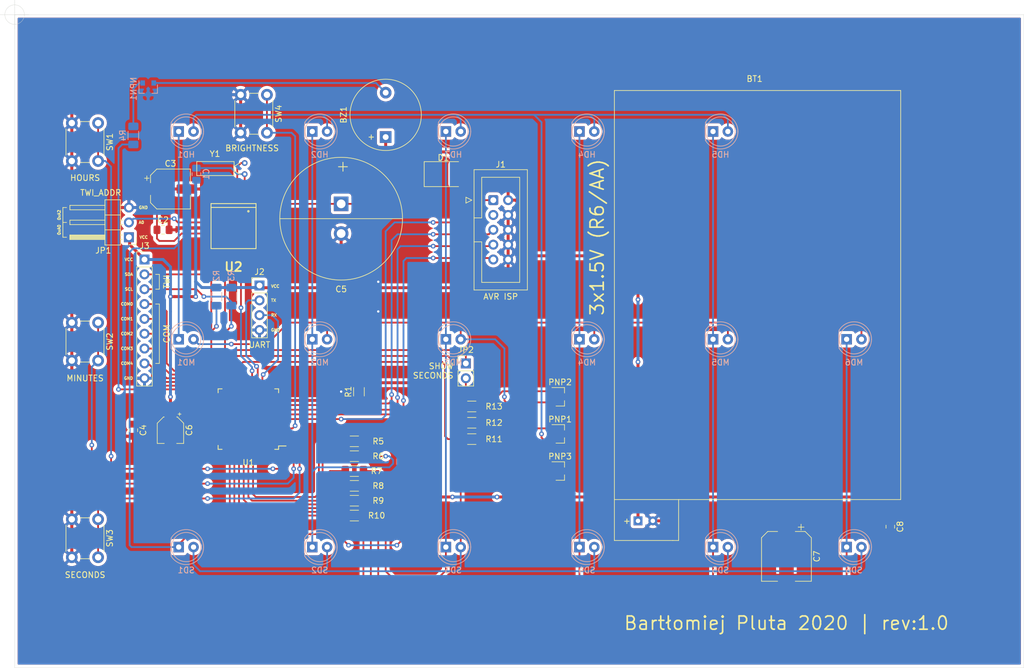
<source format=kicad_pcb>
(kicad_pcb (version 20171130) (host pcbnew 5.1.8)
  (layers (0 F.Cu signal) (31 B.Cu signal) (34 B.Paste user hide) (35 F.Paste user hide) (36 B.SilkS user) (37 F.SilkS user) (38 B.Mask user) (39 F.Mask user) (44 Edge.Cuts user))
  (net 0 "")
  (net 1 VCC)
  (net 2 GND)
  (net 3 "Net-(HD1-Pad1)")
  (net 4 "Net-(HD2-Pad1)")
  (net 5 "Net-(HD3-Pad1)")
  (net 6 "Net-(HD4-Pad1)")
  (net 7 /MOSI)
  (net 8 /RST)
  (net 9 /SCK)
  (net 10 /MISO)
  (net 11 /HOUR_LED)
  (net 12 /MINUTE_LED)
  (net 13 /SECOND_LED)
  (net 14 /SDA)
  (net 15 /SCL)
  (net 16 /INC_HOUR)
  (net 17 /LED0)
  (net 18 /LED1)
  (net 19 /LED2)
  (net 20 /LED3)
  (net 21 /LED4)
  (net 22 /LED5)
  (net 23 /INC_MINUTE)
  (net 24 /INC_SECOND)
  (net 25 /RTC_INT)
  (net 26 "Net-(PNP1-Pad1)")
  (net 27 "Net-(PNP2-Pad1)")
  (net 28 "Net-(PNP3-Pad2)")
  (net 29 "Net-(PNP3-Pad1)")
  (net 30 /INC_BTNESS)
  (net 31 /RX)
  (net 32 /TX)
  (net 33 /COM4)
  (net 34 /COM3)
  (net 35 /COM2)
  (net 36 /COM1)
  (net 37 /COM0)
  (net 38 "Net-(HD1-Pad2)")
  (net 39 "Net-(HD5-Pad1)")
  (net 40 "Net-(JP1-Pad2)")
  (net 41 "Net-(MD1-Pad2)")
  (net 42 "Net-(MD6-Pad1)")
  (net 43 "Net-(JP2-Pad2)")
  (net 44 "Net-(BZ1-Pad2)")
  (net 45 "Net-(C1-Pad2)")
  (net 46 "Net-(C2-Pad1)")
  (net 47 "Net-(NPN1-Pad1)")
  (net 48 /BUZZER)
  (net 49 "Net-(U2-Pad2)")
  (module "Project Footprints:SuperCapacitor" (layer F.Cu) (at 116.84 85.725 270)
    (fp_text reference C5 (at 12.065 0 180) (layer F.SilkS))
    (fp_text value 0.1-1F)
    (fp_text user + (at -8.89 -0.1524 90) (layer F.SilkS) (effects (font (size 2 2))))
    (pad 2 thru_hole circle (at 2.54 0 270) (size 2.5 2.5) (drill 1.5) (layers *.Cu *.Mask) (net 2 GND))
    (pad 1 thru_hole rect (at -2.54 0 270) (size 2.5 2.5) (drill 1.5) (layers *.Cu *.Mask) (net 46 "Net-(C2-Pad1)"))
  )
  (module Crystal:Crystal_DS26_D2.0mm_L6.0mm_Horizontal (layer F.Cu) (at 100.33 76.2 270)
    (fp_text reference Y1 (at -1.57 5.08) (layer F.SilkS))
    (fp_text value 32768hZ)
    (pad 1 thru_hole circle (at 0 0 270) (size 1 1) (drill 0.5) (layers *.Cu *.Mask) (net 49 "Net-(U2-Pad2)"))
    (pad 2 thru_hole circle (at 1.9 0 270) (size 1 1) (drill 0.5) (layers *.Cu *.Mask) (net 45 "Net-(C1-Pad2)"))
  )
  (module "Project Footprints:BatteryPackage" (layer F.Cu) (at 188.595 97.79)
    (fp_text reference BT1 (at -1 -36) (layer F.SilkS))
    (fp_text value 3x1.5V)
    (fp_text user + (at -22.86 39.64) (layer F.SilkS))
    (pad 2 thru_hole circle (at -18.415 39.64) (size 1.524 1.524) (drill 0.762) (layers *.Cu *.Mask) (net 2 GND))
    (pad 1 thru_hole rect (at -20.955 39.64) (size 1.524 1.524) (drill 0.762) (layers *.Cu *.Mask) (net 1 VCC))
  )
  (module Buzzer_Beeper:Buzzer_12x9.5RM7.6 (layer F.Cu) (at 124.46 71.755 90)
    (fp_text reference BZ1 (at 3.8 -7.2 90) (layer F.SilkS))
    (fp_text value Buzzer)
    (fp_text user + (at -0.01 -2.54 90) (layer F.SilkS))
    (pad 2 thru_hole circle (at 7.6 0 90) (size 2 2) (drill 1) (layers *.Cu *.Mask) (net 44 "Net-(BZ1-Pad2)"))
    (pad 1 thru_hole rect (at 0 0 90) (size 2 2) (drill 1) (layers *.Cu *.Mask) (net 1 VCC))
  )
  (module PCF8583:SOT176-1 (layer F.Cu) (at 98.425 86.995 180)
    (fp_text reference U2 (at 0 -6.985) (layer F.SilkS) (effects (font (size 1.524 1.524) (thickness 0.3048))))
    (fp_text value PCF8583P hide)
    (pad 8 smd oval (at -1.905 -3.814 180) (size 0.6096 3.5) (layers F.Cu F.Mask) (net 2 GND))
    (pad 7 smd oval (at -0.635 -3.814 180) (size 0.6096 3.5) (layers F.Cu F.Mask) (net 25 /RTC_INT))
    (pad 6 smd oval (at 0.635 -3.814 180) (size 0.6096 3.5) (layers F.Cu F.Mask) (net 15 /SCL))
    (pad 5 smd oval (at 1.905 -3.814 180) (size 0.6096 3.5) (layers F.Cu F.Mask) (net 14 /SDA))
    (pad 4 smd oval (at 1.91 3.854 180) (size 0.6096 3.5) (layers F.Cu F.Mask) (net 46 "Net-(C2-Pad1)"))
    (pad 3 smd oval (at 0.635 3.854 180) (size 0.6096 3.5) (layers F.Cu F.Mask) (net 40 "Net-(JP1-Pad2)"))
    (pad 2 smd oval (at -0.635 3.854 180) (size 0.6096 3.5) (layers F.Cu F.Mask) (net 49 "Net-(U2-Pad2)"))
    (pad 1 smd oval (at -1.905 3.854 180) (size 0.6096 3.5) (layers F.Cu F.Mask) (net 45 "Net-(C1-Pad2)"))
  )
  (module Package_TO_SOT_SMD:SOT-23 (layer F.Cu) (at 154.305 128.905)
    (fp_text reference PNP3 (at 0 -2.5) (layer F.SilkS))
    (fp_text value Q_PNP_BCE)
    (pad 3 smd rect (at 1 0) (size 0.9 0.8) (layers F.Cu F.Paste F.Mask) (net 1 VCC))
    (pad 2 smd rect (at -1 0.95) (size 0.9 0.8) (layers F.Cu F.Paste F.Mask) (net 28 "Net-(PNP3-Pad2)"))
    (pad 1 smd rect (at -1 -0.95) (size 0.9 0.8) (layers F.Cu F.Paste F.Mask) (net 29 "Net-(PNP3-Pad1)"))
  )
  (module Package_TO_SOT_SMD:SOT-23 (layer F.Cu) (at 154.305 116.205)
    (fp_text reference PNP2 (at 0 -2.5) (layer F.SilkS))
    (fp_text value Q_PNP_BCE)
    (pad 3 smd rect (at 1 0) (size 0.9 0.8) (layers F.Cu F.Paste F.Mask) (net 1 VCC))
    (pad 2 smd rect (at -1 0.95) (size 0.9 0.8) (layers F.Cu F.Paste F.Mask) (net 41 "Net-(MD1-Pad2)"))
    (pad 1 smd rect (at -1 -0.95) (size 0.9 0.8) (layers F.Cu F.Paste F.Mask) (net 27 "Net-(PNP2-Pad1)"))
  )
  (module Package_TO_SOT_SMD:SOT-23 (layer F.Cu) (at 154.305 122.555)
    (fp_text reference PNP1 (at 0 -2.5) (layer F.SilkS))
    (fp_text value Q_PNP_BCE)
    (pad 3 smd rect (at 1 0) (size 0.9 0.8) (layers F.Cu F.Paste F.Mask) (net 1 VCC))
    (pad 2 smd rect (at -1 0.95) (size 0.9 0.8) (layers F.Cu F.Paste F.Mask) (net 38 "Net-(HD1-Pad2)"))
    (pad 1 smd rect (at -1 -0.95) (size 0.9 0.8) (layers F.Cu F.Paste F.Mask) (net 26 "Net-(PNP1-Pad1)"))
  )
  (module Package_TO_SOT_SMD:SOT-23 (layer B.Cu) (at 83.82 63.5 270)
    (fp_text reference NPN1 (at 0 2.5 90) (layer B.SilkS) (effects (justify mirror)))
    (fp_text value Q_NPN_BCE)
    (pad 3 smd rect (at 1 0 270) (size 0.9 0.8) (layers B.Cu B.Paste B.Mask) (net 2 GND))
    (pad 2 smd rect (at -1 -0.95 270) (size 0.9 0.8) (layers B.Cu B.Paste B.Mask) (net 44 "Net-(BZ1-Pad2)"))
    (pad 1 smd rect (at -1 0.95 270) (size 0.9 0.8) (layers B.Cu B.Paste B.Mask) (net 47 "Net-(NPN1-Pad1)"))
  )
  (module Capacitor_SMD:CP_Elec_4x3 (layer F.Cu) (at 87.63 121.92 270)
    (fp_text reference C6 (at 0 -3.2 90) (layer F.SilkS))
    (fp_text value 22u)
    (pad 2 smd roundrect (at 1.8 0 270) (size 2.6 1.6) (layers F.Cu F.Paste F.Mask) (roundrect_rratio 0.15625) (net 2 GND))
    (pad 1 smd roundrect (at -1.8 0 270) (size 2.6 1.6) (layers F.Cu F.Paste F.Mask) (roundrect_rratio 0.15625) (net 1 VCC))
  )
  (module Connector_PinHeader_2.54mm:PinHeader_1x03_P2.54mm_Horizontal (layer F.Cu) (at 80.518 88.9 180)
    (fp_text reference JP1 (at 4.385 -2.27) (layer F.SilkS))
    (fp_text value TWI_ADDR)
    (pad 3 thru_hole oval (at 0 5.08 180) (size 1.7 1.7) (drill 1) (layers *.Cu *.Mask) (net 2 GND))
    (pad 2 thru_hole oval (at 0 2.54 180) (size 1.7 1.7) (drill 1) (layers *.Cu *.Mask) (net 40 "Net-(JP1-Pad2)"))
    (pad 1 thru_hole rect (at 0 0 180) (size 1.7 1.7) (drill 1) (layers *.Cu *.Mask) (net 1 VCC))
  )
  (module Connector_PinHeader_2.54mm:PinHeader_1x02_P2.54mm_Vertical (layer F.Cu) (at 138.176 110.49)
    (fp_text reference JP2 (at 0 -2.33) (layer F.SilkS))
    (fp_text value S_EN)
    (pad 2 thru_hole oval (at 0 2.54) (size 1.7 1.7) (drill 1) (layers *.Cu *.Mask) (net 43 "Net-(JP2-Pad2)"))
    (pad 1 thru_hole rect (at 0 0) (size 1.7 1.7) (drill 1) (layers *.Cu *.Mask) (net 13 /SECOND_LED))
  )
  (module Connector_PinHeader_2.54mm:PinHeader_1x09_P2.54mm_Vertical (layer F.Cu) (at 83.185 92.71)
    (fp_text reference J3 (at 0 -2.33) (layer F.SilkS))
    (fp_text value COM/TW)
    (pad 9 thru_hole oval (at 0 20.32) (size 1.7 1.7) (drill 1) (layers *.Cu *.Mask) (net 2 GND))
    (pad 8 thru_hole oval (at 0 17.78) (size 1.7 1.7) (drill 1) (layers *.Cu *.Mask) (net 33 /COM4))
    (pad 7 thru_hole oval (at 0 15.24) (size 1.7 1.7) (drill 1) (layers *.Cu *.Mask) (net 34 /COM3))
    (pad 6 thru_hole oval (at 0 12.7) (size 1.7 1.7) (drill 1) (layers *.Cu *.Mask) (net 35 /COM2))
    (pad 5 thru_hole oval (at 0 10.16) (size 1.7 1.7) (drill 1) (layers *.Cu *.Mask) (net 36 /COM1))
    (pad 4 thru_hole oval (at 0 7.62) (size 1.7 1.7) (drill 1) (layers *.Cu *.Mask) (net 37 /COM0))
    (pad 3 thru_hole oval (at 0 5.08) (size 1.7 1.7) (drill 1) (layers *.Cu *.Mask) (net 15 /SCL))
    (pad 2 thru_hole oval (at 0 2.54) (size 1.7 1.7) (drill 1) (layers *.Cu *.Mask) (net 14 /SDA))
    (pad 1 thru_hole rect (at 0 0) (size 1.7 1.7) (drill 1) (layers *.Cu *.Mask) (net 1 VCC))
  )
  (module Connector_PinHeader_2.54mm:PinHeader_1x04_P2.54mm_Vertical (layer F.Cu) (at 102.87 97.155)
    (fp_text reference J2 (at 0 -2.33) (layer F.SilkS))
    (fp_text value UART)
    (pad 4 thru_hole oval (at 0 7.62) (size 1.7 1.7) (drill 1) (layers *.Cu *.Mask) (net 2 GND))
    (pad 3 thru_hole oval (at 0 5.08) (size 1.7 1.7) (drill 1) (layers *.Cu *.Mask) (net 31 /RX))
    (pad 2 thru_hole oval (at 0 2.54) (size 1.7 1.7) (drill 1) (layers *.Cu *.Mask) (net 32 /TX))
    (pad 1 thru_hole rect (at 0 0) (size 1.7 1.7) (drill 1) (layers *.Cu *.Mask) (net 1 VCC))
  )
  (module Diode_SMD:D_2114_3652Metric (layer F.Cu) (at 134.3375 78.105)
    (fp_text reference D1 (at 0 -2.82) (layer F.SilkS))
    (fp_text value D_Schottky)
    (pad 2 smd roundrect (at 2.1875 0) (size 1.675 3.75) (layers F.Cu F.Paste F.Mask) (roundrect_rratio 0.149254) (net 1 VCC))
    (pad 1 smd roundrect (at -2.1875 0) (size 1.675 3.75) (layers F.Cu F.Paste F.Mask) (roundrect_rratio 0.149254) (net 46 "Net-(C2-Pad1)"))
  )
  (module LED_THT:LED_D5.0mm (layer B.Cu) (at 89.04 106.36)
    (fp_text reference MD1 (at 1.27 3.96) (layer B.SilkS) (effects (justify mirror)))
    (fp_text value LED)
    (pad 1 thru_hole rect (at 0 0) (size 1.8 1.8) (drill 0.9) (layers *.Cu *.Mask) (net 3 "Net-(HD1-Pad1)"))
    (pad 2 thru_hole circle (at 2.54 0) (size 1.8 1.8) (drill 0.9) (layers *.Cu *.Mask) (net 41 "Net-(MD1-Pad2)"))
  )
  (module Resistor_SMD:R_1206_3216Metric_Pad1.30x1.75mm_HandSolder (layer B.Cu) (at 81.28 71.475 270)
    (fp_text reference R4 (at 0 1.82 90) (layer B.SilkS) (effects (justify mirror)))
    (fp_text value 2k2)
    (pad 2 smd roundrect (at 1.55 0 270) (size 1.3 1.75) (layers B.Cu B.Paste B.Mask) (roundrect_rratio 0.192308) (net 48 /BUZZER))
    (pad 1 smd roundrect (at -1.55 0 270) (size 1.3 1.75) (layers B.Cu B.Paste B.Mask) (roundrect_rratio 0.192308) (net 47 "Net-(NPN1-Pad1)"))
  )
  (module Button_Switch_THT:SW_PUSH_6mm (layer F.Cu) (at 104.14 64.516 270)
    (fp_text reference SW4 (at 3.25 -2 90) (layer F.SilkS))
    (fp_text value INC_BTNESS)
    (pad 1 thru_hole circle (at 6.5 0) (size 2 2) (drill 1.1) (layers *.Cu *.Mask) (net 30 /INC_BTNESS))
    (pad 2 thru_hole circle (at 6.5 4.5) (size 2 2) (drill 1.1) (layers *.Cu *.Mask) (net 2 GND))
    (pad 1 thru_hole circle (at 0 0) (size 2 2) (drill 1.1) (layers *.Cu *.Mask) (net 30 /INC_BTNESS))
    (pad 2 thru_hole circle (at 0 4.5) (size 2 2) (drill 1.1) (layers *.Cu *.Mask) (net 2 GND))
  )
  (module LED_THT:LED_D5.0mm (layer B.Cu) (at 134.76 106.36)
    (fp_text reference MD3 (at 1.27 3.96) (layer B.SilkS) (effects (justify mirror)))
    (fp_text value LED)
    (pad 1 thru_hole rect (at 0 0) (size 1.8 1.8) (drill 0.9) (layers *.Cu *.Mask) (net 5 "Net-(HD3-Pad1)"))
    (pad 2 thru_hole circle (at 2.54 0) (size 1.8 1.8) (drill 0.9) (layers *.Cu *.Mask) (net 41 "Net-(MD1-Pad2)"))
  )
  (module LED_THT:LED_D5.0mm (layer B.Cu) (at 157.62 70.8)
    (fp_text reference HD4 (at 1.27 3.96) (layer B.SilkS) (effects (justify mirror)))
    (fp_text value LED)
    (pad 1 thru_hole rect (at 0 0) (size 1.8 1.8) (drill 0.9) (layers *.Cu *.Mask) (net 6 "Net-(HD4-Pad1)"))
    (pad 2 thru_hole circle (at 2.54 0) (size 1.8 1.8) (drill 0.9) (layers *.Cu *.Mask) (net 38 "Net-(HD1-Pad2)"))
  )
  (module Connector_IDC:IDC-Header_2x05_P2.54mm_Vertical (layer F.Cu) (at 142.875 82.55)
    (fp_text reference J1 (at 1.27 -6.1) (layer F.SilkS))
    (fp_text value AVR-ISP-10)
    (pad 10 thru_hole circle (at 2.54 10.16) (size 1.7 1.7) (drill 1) (layers *.Cu *.Mask) (net 2 GND))
    (pad 8 thru_hole circle (at 2.54 7.62) (size 1.7 1.7) (drill 1) (layers *.Cu *.Mask) (net 2 GND))
    (pad 6 thru_hole circle (at 2.54 5.08) (size 1.7 1.7) (drill 1) (layers *.Cu *.Mask) (net 2 GND))
    (pad 4 thru_hole circle (at 2.54 2.54) (size 1.7 1.7) (drill 1) (layers *.Cu *.Mask) (net 2 GND))
    (pad 2 thru_hole circle (at 2.54 0) (size 1.7 1.7) (drill 1) (layers *.Cu *.Mask) (net 1 VCC))
    (pad 9 thru_hole circle (at 0 10.16) (size 1.7 1.7) (drill 1) (layers *.Cu *.Mask) (net 10 /MISO))
    (pad 7 thru_hole circle (at 0 7.62) (size 1.7 1.7) (drill 1) (layers *.Cu *.Mask) (net 9 /SCK))
    (pad 5 thru_hole circle (at 0 5.08) (size 1.7 1.7) (drill 1) (layers *.Cu *.Mask) (net 8 /RST))
    (pad 3 thru_hole circle (at 0 2.54) (size 1.7 1.7) (drill 1) (layers *.Cu *.Mask))
    (pad 1 thru_hole roundrect (at 0 0) (size 1.7 1.7) (drill 1) (layers *.Cu *.Mask) (roundrect_rratio 0.147059) (net 7 /MOSI))
  )
  (module LED_THT:LED_D5.0mm (layer B.Cu) (at 180.48 106.36)
    (fp_text reference MD5 (at 1.27 3.96) (layer B.SilkS) (effects (justify mirror)))
    (fp_text value LED)
    (pad 1 thru_hole rect (at 0 0) (size 1.8 1.8) (drill 0.9) (layers *.Cu *.Mask) (net 39 "Net-(HD5-Pad1)"))
    (pad 2 thru_hole circle (at 2.54 0) (size 1.8 1.8) (drill 0.9) (layers *.Cu *.Mask) (net 41 "Net-(MD1-Pad2)"))
  )
  (module Resistor_SMD:R_1206_3216Metric_Pad1.30x1.75mm_HandSolder (layer F.Cu) (at 119.888 115.342 90)
    (fp_text reference R1 (at 0 -1.82 90) (layer F.SilkS))
    (fp_text value 10k hide)
    (pad 1 smd roundrect (at -1.55 0 90) (size 1.3 1.75) (layers F.Cu F.Paste F.Mask) (roundrect_rratio 0.192308) (net 8 /RST))
    (pad 2 smd roundrect (at 1.55 0 90) (size 1.3 1.75) (layers F.Cu F.Paste F.Mask) (roundrect_rratio 0.192308) (net 1 VCC))
  )
  (module Resistor_SMD:R_1206_3216Metric_Pad1.30x1.75mm_HandSolder (layer B.Cu) (at 95.504 99.06 90)
    (fp_text reference R2 (at 3.556 0 90) (layer B.SilkS) (effects (justify mirror)))
    (fp_text value 4k7 hide)
    (pad 1 smd roundrect (at -1.55 0 90) (size 1.3 1.75) (layers B.Cu B.Paste B.Mask) (roundrect_rratio 0.192308) (net 14 /SDA))
    (pad 2 smd roundrect (at 1.55 0 90) (size 1.3 1.75) (layers B.Cu B.Paste B.Mask) (roundrect_rratio 0.192308) (net 1 VCC))
  )
  (module LED_THT:LED_D5.0mm (layer B.Cu) (at 157.62 141.92)
    (fp_text reference SD4 (at 1.27 3.96) (layer B.SilkS) (effects (justify mirror)))
    (fp_text value LED)
    (pad 1 thru_hole rect (at 0 0) (size 1.8 1.8) (drill 0.9) (layers *.Cu *.Mask) (net 6 "Net-(HD4-Pad1)"))
    (pad 2 thru_hole circle (at 2.54 0) (size 1.8 1.8) (drill 0.9) (layers *.Cu *.Mask) (net 28 "Net-(PNP3-Pad2)"))
  )
  (module LED_THT:LED_D5.0mm (layer B.Cu) (at 134.76 70.8)
    (fp_text reference HD3 (at 1.27 3.96) (layer B.SilkS) (effects (justify mirror)))
    (fp_text value LED)
    (pad 2 thru_hole circle (at 2.54 0) (size 1.8 1.8) (drill 0.9) (layers *.Cu *.Mask) (net 38 "Net-(HD1-Pad2)"))
    (pad 1 thru_hole rect (at 0 0) (size 1.8 1.8) (drill 0.9) (layers *.Cu *.Mask) (net 5 "Net-(HD3-Pad1)"))
  )
  (module LED_THT:LED_D5.0mm (layer B.Cu) (at 134.76 141.92)
    (fp_text reference SD3 (at 1.27 3.96) (layer B.SilkS) (effects (justify mirror)))
    (fp_text value LED)
    (pad 2 thru_hole circle (at 2.54 0) (size 1.8 1.8) (drill 0.9) (layers *.Cu *.Mask) (net 28 "Net-(PNP3-Pad2)"))
    (pad 1 thru_hole rect (at 0 0) (size 1.8 1.8) (drill 0.9) (layers *.Cu *.Mask) (net 5 "Net-(HD3-Pad1)"))
  )
  (module LED_THT:LED_D5.0mm (layer B.Cu) (at 180.48 70.8)
    (fp_text reference HD5 (at 1.27 3.96) (layer B.SilkS) (effects (justify mirror)))
    (fp_text value LED)
    (pad 2 thru_hole circle (at 2.54 0) (size 1.8 1.8) (drill 0.9) (layers *.Cu *.Mask) (net 38 "Net-(HD1-Pad2)"))
    (pad 1 thru_hole rect (at 0 0) (size 1.8 1.8) (drill 0.9) (layers *.Cu *.Mask) (net 39 "Net-(HD5-Pad1)"))
  )
  (module LED_THT:LED_D5.0mm (layer B.Cu) (at 111.9 70.8)
    (fp_text reference HD2 (at 1.27 3.96) (layer B.SilkS) (effects (justify mirror)))
    (fp_text value LED)
    (pad 1 thru_hole rect (at 0 0) (size 1.8 1.8) (drill 0.9) (layers *.Cu *.Mask) (net 4 "Net-(HD2-Pad1)"))
    (pad 2 thru_hole circle (at 2.54 0) (size 1.8 1.8) (drill 0.9) (layers *.Cu *.Mask) (net 38 "Net-(HD1-Pad2)"))
  )
  (module Resistor_SMD:R_1206_3216Metric_Pad1.30x1.75mm_HandSolder (layer F.Cu) (at 119.1 136.525 180)
    (fp_text reference R10 (at -3.81 0) (layer F.SilkS))
    (fp_text value 56R hide)
    (pad 2 smd roundrect (at 1.55 0 180) (size 1.3 1.75) (layers F.Cu F.Paste F.Mask) (roundrect_rratio 0.192308) (net 22 /LED5))
    (pad 1 smd roundrect (at -1.55 0 180) (size 1.3 1.75) (layers F.Cu F.Paste F.Mask) (roundrect_rratio 0.192308) (net 42 "Net-(MD6-Pad1)"))
  )
  (module Resistor_SMD:R_1206_3216Metric_Pad1.30x1.75mm_HandSolder (layer B.Cu) (at 98.044 99.06 90)
    (fp_text reference R3 (at 3.556 0 90) (layer B.SilkS) (effects (justify mirror)))
    (fp_text value 4k7 hide)
    (pad 2 smd roundrect (at 1.55 0 90) (size 1.3 1.75) (layers B.Cu B.Paste B.Mask) (roundrect_rratio 0.192308) (net 1 VCC))
    (pad 1 smd roundrect (at -1.55 0 90) (size 1.3 1.75) (layers B.Cu B.Paste B.Mask) (roundrect_rratio 0.192308) (net 15 /SCL))
  )
  (module LED_THT:LED_D5.0mm (layer B.Cu) (at 157.62 106.36)
    (fp_text reference MD4 (at 1.27 3.96) (layer B.SilkS) (effects (justify mirror)))
    (fp_text value LED)
    (pad 2 thru_hole circle (at 2.54 0) (size 1.8 1.8) (drill 0.9) (layers *.Cu *.Mask) (net 41 "Net-(MD1-Pad2)"))
    (pad 1 thru_hole rect (at 0 0) (size 1.8 1.8) (drill 0.9) (layers *.Cu *.Mask) (net 6 "Net-(HD4-Pad1)"))
  )
  (module Capacitor_SMD:CP_Elec_8x10 (layer F.Cu) (at 193.04 143.51 270)
    (fp_text reference C7 (at 0 -5.2 90) (layer F.SilkS))
    (fp_text value 470u hide)
    (pad 2 smd roundrect (at 3.25 0 270) (size 3.5 2.5) (layers F.Cu F.Paste F.Mask) (roundrect_rratio 0.1) (net 2 GND))
    (pad 1 smd roundrect (at -3.25 0 270) (size 3.5 2.5) (layers F.Cu F.Paste F.Mask) (roundrect_rratio 0.1) (net 1 VCC))
  )
  (module LED_THT:LED_D5.0mm (layer B.Cu) (at 180.48 141.92)
    (fp_text reference SD5 (at 1.27 3.96) (layer B.SilkS) (effects (justify mirror)))
    (fp_text value LED)
    (pad 2 thru_hole circle (at 2.54 0) (size 1.8 1.8) (drill 0.9) (layers *.Cu *.Mask) (net 28 "Net-(PNP3-Pad2)"))
    (pad 1 thru_hole rect (at 0 0) (size 1.8 1.8) (drill 0.9) (layers *.Cu *.Mask) (net 39 "Net-(HD5-Pad1)"))
  )
  (module Resistor_SMD:R_1206_3216Metric_Pad1.30x1.75mm_HandSolder (layer F.Cu) (at 119.1 128.905 180)
    (fp_text reference R7 (at -3.81 0) (layer F.SilkS))
    (fp_text value 56R hide)
    (pad 1 smd roundrect (at -1.55 0 180) (size 1.3 1.75) (layers F.Cu F.Paste F.Mask) (roundrect_rratio 0.192308) (net 5 "Net-(HD3-Pad1)"))
    (pad 2 smd roundrect (at 1.55 0 180) (size 1.3 1.75) (layers F.Cu F.Paste F.Mask) (roundrect_rratio 0.192308) (net 19 /LED2))
  )
  (module Resistor_SMD:R_1206_3216Metric_Pad1.30x1.75mm_HandSolder (layer F.Cu) (at 139.192 123.444 180)
    (fp_text reference R11 (at -3.81 0) (layer F.SilkS))
    (fp_text value 2k2 hide)
    (pad 2 smd roundrect (at 1.55 0 180) (size 1.3 1.75) (layers F.Cu F.Paste F.Mask) (roundrect_rratio 0.192308) (net 11 /HOUR_LED))
    (pad 1 smd roundrect (at -1.55 0 180) (size 1.3 1.75) (layers F.Cu F.Paste F.Mask) (roundrect_rratio 0.192308) (net 26 "Net-(PNP1-Pad1)"))
  )
  (module Package_QFP:TQFP-44-1EP_10x10mm_P0.8mm_EP4.5x4.5mm (layer F.Cu) (at 100.965 120.015 180)
    (fp_text reference U1 (at 0 -7.45) (layer F.SilkS))
    (fp_text value ATmega32A-PU)
    (pad 1 smd rect (at -5.7 -4 180) (size 1.5 0.55) (layers F.Cu F.Paste F.Mask) (net 16 /INC_HOUR))
    (pad 2 smd rect (at -5.7 -3.2 180) (size 1.5 0.55) (layers F.Cu F.Paste F.Mask) (net 23 /INC_MINUTE))
    (pad 3 smd rect (at -5.7 -2.4 180) (size 1.5 0.55) (layers F.Cu F.Paste F.Mask) (net 24 /INC_SECOND))
    (pad 4 smd rect (at -5.7 -1.6 180) (size 1.5 0.55) (layers F.Cu F.Paste F.Mask) (net 30 /INC_BTNESS))
    (pad 5 smd rect (at -5.7 -0.8 180) (size 1.5 0.55) (layers F.Cu F.Paste F.Mask))
    (pad 6 smd rect (at -5.7 0 180) (size 1.5 0.55) (layers F.Cu F.Paste F.Mask) (net 7 /MOSI))
    (pad 7 smd rect (at -5.7 0.8 180) (size 1.5 0.55) (layers F.Cu F.Paste F.Mask) (net 10 /MISO))
    (pad 8 smd rect (at -5.7 1.6 180) (size 1.5 0.55) (layers F.Cu F.Paste F.Mask) (net 9 /SCK))
    (pad 9 smd rect (at -5.7 2.4 180) (size 1.5 0.55) (layers F.Cu F.Paste F.Mask) (net 8 /RST))
    (pad 10 smd rect (at -5.7 3.2 180) (size 1.5 0.55) (layers F.Cu F.Paste F.Mask) (net 1 VCC))
    (pad 11 smd rect (at -5.7 4 180) (size 1.5 0.55) (layers F.Cu F.Paste F.Mask) (net 2 GND))
    (pad 12 smd rect (at -4 5.7 270) (size 1.5 0.55) (layers F.Cu F.Paste F.Mask))
    (pad 13 smd rect (at -3.2 5.7 270) (size 1.5 0.55) (layers F.Cu F.Paste F.Mask))
    (pad 14 smd rect (at -2.4 5.7 270) (size 1.5 0.55) (layers F.Cu F.Paste F.Mask) (net 31 /RX))
    (pad 15 smd rect (at -1.6 5.7 270) (size 1.5 0.55) (layers F.Cu F.Paste F.Mask) (net 32 /TX))
    (pad 16 smd rect (at -0.8 5.7 270) (size 1.5 0.55) (layers F.Cu F.Paste F.Mask) (net 25 /RTC_INT))
    (pad 17 smd rect (at 0 5.7 270) (size 1.5 0.55) (layers F.Cu F.Paste F.Mask))
    (pad 18 smd rect (at 0.8 5.7 270) (size 1.5 0.55) (layers F.Cu F.Paste F.Mask))
    (pad 19 smd rect (at 1.6 5.7 270) (size 1.5 0.55) (layers F.Cu F.Paste F.Mask) (net 11 /HOUR_LED))
    (pad 20 smd rect (at 2.4 5.7 270) (size 1.5 0.55) (layers F.Cu F.Paste F.Mask) (net 12 /MINUTE_LED))
    (pad 21 smd rect (at 3.2 5.7 270) (size 1.5 0.55) (layers F.Cu F.Paste F.Mask) (net 13 /SECOND_LED))
    (pad 22 smd rect (at 4 5.7 270) (size 1.5 0.55) (layers F.Cu F.Paste F.Mask) (net 15 /SCL))
    (pad 23 smd rect (at 5.7 4 180) (size 1.5 0.55) (layers F.Cu F.Paste F.Mask) (net 14 /SDA))
    (pad 24 smd rect (at 5.7 3.2 180) (size 1.5 0.55) (layers F.Cu F.Paste F.Mask) (net 37 /COM0))
    (pad 25 smd rect (at 5.7 2.4 180) (size 1.5 0.55) (layers F.Cu F.Paste F.Mask) (net 36 /COM1))
    (pad 26 smd rect (at 5.7 1.6 180) (size 1.5 0.55) (layers F.Cu F.Paste F.Mask) (net 35 /COM2))
    (pad 27 smd rect (at 5.7 0.8 180) (size 1.5 0.55) (layers F.Cu F.Paste F.Mask) (net 34 /COM3))
    (pad 28 smd rect (at 5.7 0 180) (size 1.5 0.55) (layers F.Cu F.Paste F.Mask) (net 33 /COM4))
    (pad 29 smd rect (at 5.7 -0.8 180) (size 1.5 0.55) (layers F.Cu F.Paste F.Mask) (net 48 /BUZZER))
    (pad 30 smd rect (at 5.7 -1.6 180) (size 1.5 0.55) (layers F.Cu F.Paste F.Mask) (net 1 VCC))
    (pad 31 smd rect (at 5.7 -2.4 180) (size 1.5 0.55) (layers F.Cu F.Paste F.Mask) (net 2 GND))
    (pad 32 smd rect (at 5.7 -3.2 180) (size 1.5 0.55) (layers F.Cu F.Paste F.Mask))
    (pad 33 smd rect (at 5.7 -4 180) (size 1.5 0.55) (layers F.Cu F.Paste F.Mask))
    (pad 34 smd rect (at 4 -5.7 270) (size 1.5 0.55) (layers F.Cu F.Paste F.Mask))
    (pad 35 smd rect (at 3.2 -5.7 270) (size 1.5 0.55) (layers F.Cu F.Paste F.Mask) (net 22 /LED5))
    (pad 36 smd rect (at 2.4 -5.7 270) (size 1.5 0.55) (layers F.Cu F.Paste F.Mask) (net 21 /LED4))
    (pad 37 smd rect (at 1.6 -5.7 270) (size 1.5 0.55) (layers F.Cu F.Paste F.Mask) (net 20 /LED3))
    (pad 38 smd rect (at 0.8 -5.7 270) (size 1.5 0.55) (layers F.Cu F.Paste F.Mask) (net 19 /LED2))
    (pad 39 smd rect (at 0 -5.7 270) (size 1.5 0.55) (layers F.Cu F.Paste F.Mask) (net 18 /LED1))
    (pad 40 smd rect (at -0.8 -5.7 270) (size 1.5 0.55) (layers F.Cu F.Paste F.Mask) (net 17 /LED0))
    (pad 41 smd rect (at -1.6 -5.7 270) (size 1.5 0.55) (layers F.Cu F.Paste F.Mask))
    (pad 42 smd rect (at -2.4 -5.7 270) (size 1.5 0.55) (layers F.Cu F.Paste F.Mask))
    (pad 43 smd rect (at -3.2 -5.7 270) (size 1.5 0.55) (layers F.Cu F.Paste F.Mask))
    (pad 44 smd rect (at -4 -5.7 270) (size 1.5 0.55) (layers F.Cu F.Paste F.Mask))
    (pad 45 smd rect (at 0 0 180) (size 4.5 4.5) (layers F.Cu F.Mask))
  )
  (module Resistor_SMD:R_1206_3216Metric_Pad1.30x1.75mm_HandSolder (layer F.Cu) (at 139.192 117.856 180)
    (fp_text reference R13 (at -3.81 0) (layer F.SilkS))
    (fp_text value 2k2 hide)
    (pad 1 smd roundrect (at -1.55 0 180) (size 1.3 1.75) (layers F.Cu F.Paste F.Mask) (roundrect_rratio 0.192308) (net 29 "Net-(PNP3-Pad1)"))
    (pad 2 smd roundrect (at 1.55 0 180) (size 1.3 1.75) (layers F.Cu F.Paste F.Mask) (roundrect_rratio 0.192308) (net 43 "Net-(JP2-Pad2)"))
  )
  (module Resistor_SMD:R_1206_3216Metric_Pad1.30x1.75mm_HandSolder (layer F.Cu) (at 139.192 120.65 180)
    (fp_text reference R12 (at -3.81 0) (layer F.SilkS))
    (fp_text value 2k2 hide)
    (pad 2 smd roundrect (at 1.55 0 180) (size 1.3 1.75) (layers F.Cu F.Paste F.Mask) (roundrect_rratio 0.192308) (net 12 /MINUTE_LED))
    (pad 1 smd roundrect (at -1.55 0 180) (size 1.3 1.75) (layers F.Cu F.Paste F.Mask) (roundrect_rratio 0.192308) (net 27 "Net-(PNP2-Pad1)"))
  )
  (module Capacitor_SMD:C_0805_2012Metric_Pad1.18x1.45mm_HandSolder (layer F.Cu) (at 210.82 138.43 270)
    (fp_text reference C8 (at 0 -1.68 90) (layer F.SilkS))
    (fp_text value 100n hide)
    (pad 1 smd roundrect (at -1.0375 0 270) (size 1.175 1.45) (layers F.Cu F.Paste F.Mask) (roundrect_rratio 0.212766) (net 1 VCC))
    (pad 2 smd roundrect (at 1.0375 0 270) (size 1.175 1.45) (layers F.Cu F.Paste F.Mask) (roundrect_rratio 0.212766) (net 2 GND))
  )
  (module LED_THT:LED_D5.0mm (layer B.Cu) (at 89.04 70.8)
    (fp_text reference HD1 (at 1.27 3.96) (layer B.SilkS) (effects (justify mirror)))
    (fp_text value LED)
    (pad 2 thru_hole circle (at 2.54 0) (size 1.8 1.8) (drill 0.9) (layers *.Cu *.Mask) (net 38 "Net-(HD1-Pad2)"))
    (pad 1 thru_hole rect (at 0 0) (size 1.8 1.8) (drill 0.9) (layers *.Cu *.Mask) (net 3 "Net-(HD1-Pad1)"))
  )
  (module LED_THT:LED_D5.0mm (layer B.Cu) (at 111.9 141.92)
    (fp_text reference SD2 (at 1.27 3.96) (layer B.SilkS) (effects (justify mirror)))
    (fp_text value LED)
    (pad 1 thru_hole rect (at 0 0) (size 1.8 1.8) (drill 0.9) (layers *.Cu *.Mask) (net 4 "Net-(HD2-Pad1)"))
    (pad 2 thru_hole circle (at 2.54 0) (size 1.8 1.8) (drill 0.9) (layers *.Cu *.Mask) (net 28 "Net-(PNP3-Pad2)"))
  )
  (module LED_THT:LED_D5.0mm (layer B.Cu) (at 89.04 141.92)
    (fp_text reference SD1 (at 1.27 3.96) (layer B.SilkS) (effects (justify mirror)))
    (fp_text value LED)
    (pad 2 thru_hole circle (at 2.54 0) (size 1.8 1.8) (drill 0.9) (layers *.Cu *.Mask) (net 28 "Net-(PNP3-Pad2)"))
    (pad 1 thru_hole rect (at 0 0) (size 1.8 1.8) (drill 0.9) (layers *.Cu *.Mask) (net 3 "Net-(HD1-Pad1)"))
  )
  (module LED_THT:LED_D5.0mm (layer B.Cu) (at 111.9 106.36)
    (fp_text reference MD2 (at 1.27 3.96) (layer B.SilkS) (effects (justify mirror)))
    (fp_text value LED)
    (pad 2 thru_hole circle (at 2.54 0) (size 1.8 1.8) (drill 0.9) (layers *.Cu *.Mask) (net 41 "Net-(MD1-Pad2)"))
    (pad 1 thru_hole rect (at 0 0) (size 1.8 1.8) (drill 0.9) (layers *.Cu *.Mask) (net 4 "Net-(HD2-Pad1)"))
  )
  (module Capacitor_SMD:C_0805_2012Metric_Pad1.18x1.45mm_HandSolder (layer F.Cu) (at 86.36 87.63)
    (fp_text reference C2 (at 0 -1.68) (layer F.SilkS))
    (fp_text value 22p hide)
    (pad 2 smd roundrect (at 1.0375 0) (size 1.175 1.45) (layers F.Cu F.Paste F.Mask) (roundrect_rratio 0.212766) (net 2 GND))
    (pad 1 smd roundrect (at -1.0375 0) (size 1.175 1.45) (layers F.Cu F.Paste F.Mask) (roundrect_rratio 0.212766) (net 46 "Net-(C2-Pad1)"))
  )
  (module Capacitor_SMD:CP_Elec_6.3x5.3 (layer F.Cu) (at 87.63 80.645)
    (fp_text reference C3 (at 0 -4.35) (layer F.SilkS))
    (fp_text value 47u hide)
    (pad 1 smd roundrect (at -2.8 0) (size 3.5 1.6) (layers F.Cu F.Paste F.Mask) (roundrect_rratio 0.15625) (net 46 "Net-(C2-Pad1)"))
    (pad 2 smd roundrect (at 2.8 0) (size 3.5 1.6) (layers F.Cu F.Paste F.Mask) (roundrect_rratio 0.15625) (net 2 GND))
  )
  (module Resistor_SMD:R_1206_3216Metric_Pad1.30x1.75mm_HandSolder (layer F.Cu) (at 119.1 133.985 180)
    (fp_text reference R9 (at -4.09 0) (layer F.SilkS))
    (fp_text value 56R hide)
    (pad 1 smd roundrect (at -1.55 0 180) (size 1.3 1.75) (layers F.Cu F.Paste F.Mask) (roundrect_rratio 0.192308) (net 39 "Net-(HD5-Pad1)"))
    (pad 2 smd roundrect (at 1.55 0 180) (size 1.3 1.75) (layers F.Cu F.Paste F.Mask) (roundrect_rratio 0.192308) (net 21 /LED4))
  )
  (module Capacitor_SMD:C_0805_2012Metric_Pad1.18x1.45mm_HandSolder (layer F.Cu) (at 81.28 121.92 270)
    (fp_text reference C4 (at 0 -1.68 90) (layer F.SilkS))
    (fp_text value 100n hide)
    (pad 1 smd roundrect (at -1.0375 0 270) (size 1.175 1.45) (layers F.Cu F.Paste F.Mask) (roundrect_rratio 0.212766) (net 1 VCC))
    (pad 2 smd roundrect (at 1.0375 0 270) (size 1.175 1.45) (layers F.Cu F.Paste F.Mask) (roundrect_rratio 0.212766) (net 2 GND))
  )
  (module LED_THT:LED_D5.0mm (layer B.Cu) (at 203.34 106.36)
    (fp_text reference MD6 (at 1.27 3.96) (layer B.SilkS) (effects (justify mirror)))
    (fp_text value LED)
    (pad 2 thru_hole circle (at 2.54 0) (size 1.8 1.8) (drill 0.9) (layers *.Cu *.Mask) (net 41 "Net-(MD1-Pad2)"))
    (pad 1 thru_hole rect (at 0 0) (size 1.8 1.8) (drill 0.9) (layers *.Cu *.Mask) (net 42 "Net-(MD6-Pad1)"))
  )
  (module Capacitor_SMD:C_0805_2012Metric_Pad1.18x1.45mm_HandSolder (layer B.Cu) (at 92.075 78.105 90)
    (fp_text reference C1 (at 0 1.68 270) (layer B.SilkS) (effects (justify mirror)))
    (fp_text value 22p hide)
    (pad 2 smd roundrect (at 1.0375 0 90) (size 1.175 1.45) (layers B.Cu B.Paste B.Mask) (roundrect_rratio 0.212766) (net 45 "Net-(C1-Pad2)"))
    (pad 1 smd roundrect (at -1.0375 0 90) (size 1.175 1.45) (layers B.Cu B.Paste B.Mask) (roundrect_rratio 0.212766) (net 1 VCC))
  )
  (module Resistor_SMD:R_1206_3216Metric_Pad1.30x1.75mm_HandSolder (layer F.Cu) (at 119.1 126.365 180)
    (fp_text reference R6 (at -4.09 0) (layer F.SilkS))
    (fp_text value 56R hide)
    (pad 1 smd roundrect (at -1.55 0 180) (size 1.3 1.75) (layers F.Cu F.Paste F.Mask) (roundrect_rratio 0.192308) (net 4 "Net-(HD2-Pad1)"))
    (pad 2 smd roundrect (at 1.55 0 180) (size 1.3 1.75) (layers F.Cu F.Paste F.Mask) (roundrect_rratio 0.192308) (net 18 /LED1))
  )
  (module Resistor_SMD:R_1206_3216Metric_Pad1.30x1.75mm_HandSolder (layer F.Cu) (at 119.1 123.825 180)
    (fp_text reference R5 (at -4.09 0) (layer F.SilkS))
    (fp_text value 56R hide)
    (pad 1 smd roundrect (at -1.55 0 180) (size 1.3 1.75) (layers F.Cu F.Paste F.Mask) (roundrect_rratio 0.192308) (net 3 "Net-(HD1-Pad1)"))
    (pad 2 smd roundrect (at 1.55 0 180) (size 1.3 1.75) (layers F.Cu F.Paste F.Mask) (roundrect_rratio 0.192308) (net 17 /LED0))
  )
  (module Resistor_SMD:R_1206_3216Metric_Pad1.30x1.75mm_HandSolder (layer F.Cu) (at 119.1 131.445 180)
    (fp_text reference R8 (at -4.09 0) (layer F.SilkS))
    (fp_text value 56R hide)
    (pad 2 smd roundrect (at 1.55 0 180) (size 1.3 1.75) (layers F.Cu F.Paste F.Mask) (roundrect_rratio 0.192308) (net 20 /LED3))
    (pad 1 smd roundrect (at -1.55 0 180) (size 1.3 1.75) (layers F.Cu F.Paste F.Mask) (roundrect_rratio 0.192308) (net 6 "Net-(HD4-Pad1)"))
  )
  (module LED_THT:LED_D5.0mm (layer B.Cu) (at 203.34 141.92)
    (fp_text reference SD6 (at 1.27 3.96) (layer B.SilkS) (effects (justify mirror)))
    (fp_text value LED)
    (pad 2 thru_hole circle (at 2.54 0) (size 1.8 1.8) (drill 0.9) (layers *.Cu *.Mask) (net 28 "Net-(PNP3-Pad2)"))
    (pad 1 thru_hole rect (at 0 0) (size 1.8 1.8) (drill 0.9) (layers *.Cu *.Mask) (net 42 "Net-(MD6-Pad1)"))
  )
  (module Button_Switch_THT:SW_PUSH_6mm (layer F.Cu) (at 75.25 69.355 270)
    (fp_text reference SW1 (at 3.25 -2 90) (layer F.SilkS))
    (fp_text value INC_HOUR)
    (pad 1 thru_hole circle (at 6.5 0) (size 2 2) (drill 1.1) (layers *.Cu *.Mask) (net 16 /INC_HOUR))
    (pad 2 thru_hole circle (at 6.5 4.5) (size 2 2) (drill 1.1) (layers *.Cu *.Mask) (net 2 GND))
    (pad 1 thru_hole circle (at 0 0) (size 2 2) (drill 1.1) (layers *.Cu *.Mask) (net 16 /INC_HOUR))
    (pad 2 thru_hole circle (at 0 4.5) (size 2 2) (drill 1.1) (layers *.Cu *.Mask) (net 2 GND))
  )
  (module Button_Switch_THT:SW_PUSH_6mm (layer F.Cu) (at 75.25 103.505 270)
    (fp_text reference SW2 (at 3.25 -2 90) (layer F.SilkS))
    (fp_text value INC_MINUTE)
    (pad 2 thru_hole circle (at 0 4.5) (size 2 2) (drill 1.1) (layers *.Cu *.Mask) (net 2 GND))
    (pad 1 thru_hole circle (at 0 0) (size 2 2) (drill 1.1) (layers *.Cu *.Mask) (net 23 /INC_MINUTE))
    (pad 2 thru_hole circle (at 6.5 4.5) (size 2 2) (drill 1.1) (layers *.Cu *.Mask) (net 2 GND))
    (pad 1 thru_hole circle (at 6.5 0) (size 2 2) (drill 1.1) (layers *.Cu *.Mask) (net 23 /INC_MINUTE))
  )
  (module Button_Switch_THT:SW_PUSH_6mm (layer F.Cu) (at 75.2475 137.16 270)
    (fp_text reference SW3 (at 3.25 -2 90) (layer F.SilkS))
    (fp_text value INC_SECOND)
    (pad 2 thru_hole circle (at 0 4.5) (size 2 2) (drill 1.1) (layers *.Cu *.Mask) (net 2 GND))
    (pad 1 thru_hole circle (at 0 0) (size 2 2) (drill 1.1) (layers *.Cu *.Mask) (net 24 /INC_SECOND))
    (pad 2 thru_hole circle (at 6.5 4.5) (size 2 2) (drill 1.1) (layers *.Cu *.Mask) (net 2 GND))
    (pad 1 thru_hole circle (at 6.5 0) (size 2 2) (drill 1.1) (layers *.Cu *.Mask) (net 24 /INC_SECOND))
  )
  (target plus (at 60.96 50.8) (size 5) (width 0.05) (layer Edge.Cuts))
  (gr_text "Bartłomiej Pluta 2020 | rev:1.0" (at 193.04 154.94) (layer F.SilkS) (effects (font (size 2.27 2.27) (thickness 0.277))))
  (gr_line (start 60.96 50.8) (end 60.96 162.56) (layer Edge.Cuts) (width 0.05))
  (gr_line (start 233.68 50.8) (end 60.96 50.8) (layer Edge.Cuts) (width 0.05))
  (gr_line (start 233.68 162.56) (end 233.68 50.8) (layer Edge.Cuts) (width 0.05))
  (gr_line (start 60.96 162.56) (end 233.68 162.56) (layer Edge.Cuts) (width 0.05))
  (gr_text "3x1.5V (R6/AA)" (at 160.655 88.9 90) (layer F.SilkS) (effects (font (size 2.27 2.27) (thickness 0.277))))
  (gr_text 0xA0 (at 68.58 87.63 90) (layer F.SilkS) (effects (font (size 0.492 0.492) (thickness 0.123))))
  (gr_text 0xA2 (at 68.58 85.09 90) (layer F.SilkS) (effects (font (size 0.492 0.492) (thickness 0.123))))
  (gr_line (start 69.215 86.36) (end 69.215 88.9) (layer F.SilkS) (width 0.12))
  (gr_line (start 69.215 83.82) (end 69.215 86.36) (layer F.SilkS) (width 0.12))
  (gr_line (start 69.215 88.9) (end 69.85 88.9) (layer F.SilkS) (width 0.12))
  (gr_line (start 69.215 86.36) (end 69.85 86.36) (layer F.SilkS) (width 0.12))
  (gr_line (start 69.85 83.82) (end 69.215 83.82) (layer F.SilkS) (width 0.12))
  (gr_line (start 85.725 95.25) (end 85.09 95.25) (layer F.SilkS) (width 0.12))
  (gr_line (start 85.725 97.79) (end 85.725 95.25) (layer F.SilkS) (width 0.12))
  (gr_line (start 85.09 97.79) (end 85.725 97.79) (layer F.SilkS) (width 0.12))
  (gr_line (start 85.725 100.33) (end 85.09 100.33) (layer F.SilkS) (width 0.12))
  (gr_line (start 85.725 110.49) (end 85.725 100.33) (layer F.SilkS) (width 0.12))
  (gr_line (start 85.09 110.49) (end 85.725 110.49) (layer F.SilkS) (width 0.12))
  (gr_text TWI_ADDR (at 75.692 81.28) (layer F.SilkS) (effects (font (size 1 1))))
  (gr_text GND (at 83.82 83.82) (layer F.SilkS) (effects (font (size 0.492 0.492) (thickness 0.123)) (justify right)))
  (gr_text A0 (at 83.185 86.36) (layer F.SilkS) (effects (font (size 0.492 0.492) (thickness 0.123)) (justify right)))
  (gr_text VCC (at 83.82 88.9) (layer F.SilkS) (effects (font (size 0.492 0.492) (thickness 0.123)) (justify right)))
  (gr_text TWI (at 86.995 96.52 90) (layer F.SilkS) (effects (font (size 1 1))))
  (gr_text VCC (at 81.28 92.71) (layer F.SilkS) (effects (font (size 0.492 0.492) (thickness 0.123)) (justify right)))
  (gr_text SDA (at 81.28 95.25) (layer F.SilkS) (effects (font (size 0.492 0.492) (thickness 0.123)) (justify right)))
  (gr_text SCL (at 81.28 97.79) (layer F.SilkS) (effects (font (size 0.492 0.492) (thickness 0.123)) (justify right)))
  (gr_text COM0 (at 81.28 100.33) (layer F.SilkS) (effects (font (size 0.492 0.492) (thickness 0.123)) (justify right)))
  (gr_text COM1 (at 81.28 102.87) (layer F.SilkS) (effects (font (size 0.492 0.492) (thickness 0.123)) (justify right)))
  (gr_text COM2 (at 81.28 105.41) (layer F.SilkS) (effects (font (size 0.492 0.492) (thickness 0.123)) (justify right)))
  (gr_text COM3 (at 81.28 107.95) (layer F.SilkS) (effects (font (size 0.492 0.492) (thickness 0.123)) (justify right)))
  (gr_text COM4 (at 81.28 110.49) (layer F.SilkS) (effects (font (size 0.492 0.492) (thickness 0.123)) (justify right)))
  (gr_text GND (at 81.28 113.03) (layer F.SilkS) (effects (font (size 0.492 0.492) (thickness 0.123)) (justify right)))
  (gr_text GND (at 104.775 104.775) (layer F.SilkS) (effects (font (size 0.492 0.492) (thickness 0.123)) (justify left)))
  (gr_text RX (at 104.775 102.235) (layer F.SilkS) (effects (font (size 0.492 0.492) (thickness 0.123)) (justify left)))
  (gr_text TX (at 104.775 99.695) (layer F.SilkS) (effects (font (size 0.492 0.492) (thickness 0.123)) (justify left)))
  (gr_text VCC (at 104.775 97.282) (layer F.SilkS) (effects (font (size 0.492 0.492) (thickness 0.123)) (justify left)))
  (gr_text UART (at 102.87 107.315) (layer F.SilkS) (effects (font (size 1 1))))
  (gr_text COM (at 86.995 105.41 90) (layer F.SilkS) (effects (font (size 1 1))))
  (gr_text BRIGHTNESS (at 101.6 73.66) (layer F.SilkS) (effects (font (size 1 1))))
  (gr_text "AVR ISP" (at 144.145 99.06) (layer F.SilkS) (effects (font (size 1 1))))
  (gr_text "SHOW\nSECONDS" (at 136.144 111.76) (layer F.SilkS) (effects (font (size 1 1)) (justify right)))
  (gr_text SECONDS (at 73.025 146.685) (layer F.SilkS) (effects (font (size 1 1))))
  (gr_text MINUTES (at 73.025 113.03) (layer F.SilkS) (effects (font (size 1 1))))
  (gr_text HOURS (at 73.025 78.74) (layer F.SilkS) (effects (font (size 1 1))))
  (segment (start 85.8675 120.8825) (end 87.63 119.12) (width 0.508) (layer F.Cu) (net 1))
  (segment (start 81.28 120.8825) (end 85.8675 120.8825) (width 0.508) (layer F.Cu) (net 1))
  (segment (start 87.63 119.12) (end 87.63 119.38) (width 0.508) (layer F.Cu) (net 1))
  (segment (start 89.865 121.615) (end 95.265 121.615) (width 0.508) (layer F.Cu) (net 1))
  (segment (start 87.63 119.38) (end 89.865 121.615) (width 0.508) (layer F.Cu) (net 1))
  (segment (start 146.685 82.55) (end 145.415 82.55) (width 0.508) (layer F.Cu) (net 1))
  (segment (start 147.955 83.82) (end 146.685 82.55) (width 0.508) (layer F.Cu) (net 1))
  (segment (start 106.665 116.815) (end 116.865 116.815) (width 0.508) (layer F.Cu) (net 1))
  (segment (start 116.865 116.815) (end 117.856 115.824) (width 0.508) (layer F.Cu) (net 1))
  (segment (start 117.856 115.824) (end 117.856 114.3) (width 0.508) (layer F.Cu) (net 1))
  (segment (start 117.856 114.3) (end 118.364 113.792) (width 0.508) (layer F.Cu) (net 1))
  (segment (start 118.364 113.792) (end 119.888 113.792) (width 0.508) (layer F.Cu) (net 1))
  (segment (start 147.955 92.075) (end 166.243 92.075) (width 0.508) (layer F.Cu) (net 1))
  (segment (start 147.955 92.075) (end 147.955 83.82) (width 0.508) (layer F.Cu) (net 1))
  (segment (start 166.243 92.075) (end 167.64 93.472) (width 0.508) (layer F.Cu) (net 1))
  (via (at 167.64 99.568) (size 0.8) (drill 0.4) (layers F.Cu B.Cu) (net 1))
  (segment (start 167.64 93.472) (end 167.64 99.568) (width 0.508) (layer F.Cu) (net 1))
  (segment (start 167.64 99.568) (end 167.64 110.236) (width 0.508) (layer B.Cu) (net 1))
  (via (at 167.64 110.236) (size 0.8) (drill 0.4) (layers F.Cu B.Cu) (net 1))
  (segment (start 167.64 110.236) (end 167.64 114.808) (width 0.508) (layer F.Cu) (net 1))
  (segment (start 91.948 99.06) (end 88.392 99.06) (width 0.508) (layer F.Cu) (net 1))
  (via (at 91.948 99.06) (size 0.8) (drill 0.4) (layers F.Cu B.Cu) (net 1))
  (segment (start 95.504 97.51) (end 92.99 97.51) (width 0.508) (layer B.Cu) (net 1))
  (segment (start 92 96.52) (end 91.948 96.52) (width 0.508) (layer B.Cu) (net 1))
  (segment (start 92.99 97.51) (end 92 96.52) (width 0.508) (layer B.Cu) (net 1))
  (segment (start 91.948 99.06) (end 91.948 96.52) (width 0.508) (layer B.Cu) (net 1))
  (segment (start 95.504 97.51) (end 98.044 97.51) (width 0.508) (layer B.Cu) (net 1))
  (segment (start 98.07 97.536) (end 98.044 97.51) (width 0.508) (layer B.Cu) (net 1))
  (segment (start 87.63 119.12) (end 87.63 116.205) (width 0.508) (layer F.Cu) (net 1))
  (via (at 87.63 116.205) (size 0.8) (drill 0.4) (layers F.Cu B.Cu) (net 1))
  (segment (start 87.63 116.205) (end 87.63 101.6) (width 0.508) (layer B.Cu) (net 1))
  (segment (start 87.63 101.6) (end 87.63 99.06) (width 0.508) (layer B.Cu) (net 1))
  (via (at 87.63 99.06) (size 0.8) (drill 0.4) (layers F.Cu B.Cu) (net 1))
  (segment (start 88.392 99.06) (end 87.63 99.06) (width 0.508) (layer F.Cu) (net 1))
  (segment (start 83.185 92.71) (end 86.36 92.71) (width 0.508) (layer B.Cu) (net 1))
  (segment (start 87.63 93.98) (end 87.63 99.06) (width 0.508) (layer B.Cu) (net 1))
  (segment (start 86.36 92.71) (end 87.63 93.98) (width 0.508) (layer B.Cu) (net 1))
  (segment (start 102.515 97.51) (end 102.87 97.155) (width 0.508) (layer B.Cu) (net 1))
  (segment (start 98.044 97.51) (end 102.515 97.51) (width 0.508) (layer B.Cu) (net 1))
  (segment (start 103.251 97.536) (end 102.87 97.155) (width 0.508) (layer F.Cu) (net 1))
  (segment (start 147.955 95.885) (end 146.304 97.536) (width 0.508) (layer F.Cu) (net 1))
  (segment (start 146.304 97.536) (end 103.251 97.536) (width 0.508) (layer F.Cu) (net 1))
  (segment (start 147.955 92.075) (end 147.955 95.885) (width 0.508) (layer F.Cu) (net 1))
  (segment (start 83.185 92.71) (end 80.645 90.17) (width 0.508) (layer F.Cu) (net 1))
  (segment (start 80.645 90.17) (end 80.645 88.9) (width 0.508) (layer F.Cu) (net 1))
  (segment (start 144.78 78.105) (end 136.525 78.105) (width 0.508) (layer F.Cu) (net 1))
  (segment (start 145.415 78.74) (end 144.78 78.105) (width 0.508) (layer F.Cu) (net 1))
  (segment (start 145.415 82.55) (end 145.415 78.74) (width 0.508) (layer F.Cu) (net 1))
  (segment (start 136.525 78.105) (end 136.525 75.565) (width 0.508) (layer F.Cu) (net 1))
  (segment (start 136.525 75.565) (end 135.255 74.295) (width 0.508) (layer F.Cu) (net 1))
  (segment (start 135.255 74.295) (end 125.095 74.295) (width 0.508) (layer F.Cu) (net 1))
  (segment (start 124.46 73.66) (end 124.46 71.755) (width 0.508) (layer F.Cu) (net 1))
  (segment (start 125.095 74.295) (end 124.46 73.66) (width 0.508) (layer F.Cu) (net 1))
  (segment (start 91.948 79.2695) (end 92.075 79.1425) (width 0.508) (layer B.Cu) (net 1))
  (segment (start 91.948 96.52) (end 91.948 79.2695) (width 0.508) (layer B.Cu) (net 1))
  (segment (start 167.64 132.08) (end 167.64 114.808) (width 0.508) (layer F.Cu) (net 1))
  (segment (start 168.91 133.35) (end 167.64 132.08) (width 0.508) (layer F.Cu) (net 1))
  (segment (start 168.035 132.475) (end 168.91 133.35) (width 0.508) (layer F.Cu) (net 1))
  (segment (start 155.305 128.905) (end 155.305 122.555) (width 0.508) (layer F.Cu) (net 1))
  (segment (start 155.305 122.555) (end 155.305 116.205) (width 0.508) (layer F.Cu) (net 1))
  (via (at 143.51 133.35) (size 0.8) (drill 0.4) (layers F.Cu B.Cu) (net 1))
  (via (at 143.51 133.35) (size 0.8) (drill 0.4) (layers F.Cu B.Cu) (net 1))
  (segment (start 143.51 133.35) (end 135.89 133.35) (width 0.508) (layer B.Cu) (net 1))
  (via (at 135.89 133.35) (size 0.8) (drill 0.4) (layers F.Cu B.Cu) (net 1))
  (segment (start 132.08 113.792) (end 119.888 113.792) (width 0.508) (layer F.Cu) (net 1))
  (segment (start 133.096 114.808) (end 132.08 113.792) (width 0.508) (layer F.Cu) (net 1))
  (segment (start 133.096 132.461) (end 133.096 114.808) (width 0.508) (layer F.Cu) (net 1))
  (segment (start 133.985 133.35) (end 133.096 132.461) (width 0.508) (layer F.Cu) (net 1))
  (segment (start 135.89 133.35) (end 133.985 133.35) (width 0.508) (layer F.Cu) (net 1))
  (segment (start 155.305 131.81) (end 156.845 133.35) (width 0.508) (layer F.Cu) (net 1))
  (segment (start 155.305 128.905) (end 155.305 131.81) (width 0.508) (layer F.Cu) (net 1))
  (segment (start 156.845 133.35) (end 143.51 133.35) (width 0.508) (layer F.Cu) (net 1))
  (segment (start 168.91 133.35) (end 156.845 133.35) (width 0.508) (layer F.Cu) (net 1))
  (segment (start 167.64 137.43) (end 167.64 134.62) (width 0.508) (layer F.Cu) (net 1))
  (segment (start 167.64 134.62) (end 168.91 133.35) (width 0.508) (layer F.Cu) (net 1))
  (segment (start 193.04 134.62) (end 193.04 140.26) (width 0.508) (layer F.Cu) (net 1))
  (segment (start 191.77 133.35) (end 193.04 134.62) (width 0.508) (layer F.Cu) (net 1))
  (segment (start 168.91 133.35) (end 191.77 133.35) (width 0.508) (layer F.Cu) (net 1))
  (segment (start 210.82 134.62) (end 210.82 137.3925) (width 0.508) (layer F.Cu) (net 1))
  (segment (start 209.55 133.35) (end 210.82 134.62) (width 0.508) (layer F.Cu) (net 1))
  (segment (start 194.31 133.35) (end 209.55 133.35) (width 0.508) (layer F.Cu) (net 1))
  (segment (start 193.04 134.62) (end 194.31 133.35) (width 0.508) (layer F.Cu) (net 1))
  (segment (start 85.8675 122.9575) (end 87.63 124.72) (width 0.508) (layer F.Cu) (net 2))
  (segment (start 81.28 122.9575) (end 85.8675 122.9575) (width 0.508) (layer F.Cu) (net 2))
  (segment (start 87.63 124.72) (end 87.63 124.46) (width 0.508) (layer F.Cu) (net 2))
  (segment (start 89.675 122.415) (end 95.265 122.415) (width 0.508) (layer F.Cu) (net 2))
  (segment (start 87.63 124.46) (end 89.675 122.415) (width 0.508) (layer F.Cu) (net 2))
  (segment (start 89.16 80.645) (end 89.16 81.02) (width 0.508) (layer F.Cu) (net 2))
  (segment (start 145.415 90.17) (end 145.415 92.71) (width 0.508) (layer F.Cu) (net 2))
  (segment (start 145.415 87.63) (end 145.415 90.17) (width 0.508) (layer F.Cu) (net 2))
  (segment (start 145.415 85.09) (end 145.415 87.63) (width 0.508) (layer F.Cu) (net 2))
  (segment (start 70.75 69.355) (end 70.75 75.855) (width 0.508) (layer F.Cu) (net 2))
  (segment (start 70.75 104.915) (end 70.75 111.415) (width 0.508) (layer F.Cu) (net 2))
  (segment (start 72.1575 122.9575) (end 70.75 121.55) (width 0.508) (layer F.Cu) (net 2))
  (segment (start 81.28 122.9575) (end 72.1575 122.9575) (width 0.508) (layer F.Cu) (net 2))
  (segment (start 116.141 116.015) (end 106.665 116.015) (width 0.508) (layer F.Cu) (net 2))
  (segment (start 116.84 115.316) (end 116.141 116.015) (width 0.508) (layer F.Cu) (net 2))
  (via (at 116.84 115.316) (size 0.8) (drill 0.4) (layers F.Cu B.Cu) (net 2))
  (segment (start 116.84 115.316) (end 116.84 112.776) (width 0.508) (layer B.Cu) (net 2))
  (segment (start 116.84 112.776) (end 117.348 112.268) (width 0.508) (layer B.Cu) (net 2))
  (segment (start 117.348 112.268) (end 118.364 112.268) (width 0.508) (layer B.Cu) (net 2))
  (segment (start 95.265 122.415) (end 97.015 122.415) (width 0.508) (layer F.Cu) (net 2))
  (segment (start 98.044 123.444) (end 103.632 123.444) (width 0.508) (layer F.Cu) (net 2))
  (segment (start 97.015 122.415) (end 98.044 123.444) (width 0.508) (layer F.Cu) (net 2))
  (segment (start 103.632 123.444) (end 104.648 122.428) (width 0.508) (layer F.Cu) (net 2))
  (segment (start 105.473 116.015) (end 106.665 116.015) (width 0.508) (layer F.Cu) (net 2))
  (segment (start 104.648 122.428) (end 104.648 116.84) (width 0.508) (layer F.Cu) (net 2))
  (segment (start 104.648 116.84) (end 105.473 116.015) (width 0.508) (layer F.Cu) (net 2))
  (segment (start 99.64 71.016) (end 99.64 64.516) (width 0.508) (layer F.Cu) (net 2))
  (segment (start 70.75 69.355) (end 70.75 65.14) (width 0.508) (layer F.Cu) (net 2))
  (segment (start 71.374 64.516) (end 99.64 64.516) (width 0.508) (layer F.Cu) (net 2))
  (segment (start 70.75 65.14) (end 71.374 64.516) (width 0.508) (layer F.Cu) (net 2))
  (segment (start 70.75 116.575) (end 70.75 121.55) (width 0.508) (layer F.Cu) (net 2))
  (segment (start 70.75 115.305) (end 70.75 116.575) (width 0.508) (layer F.Cu) (net 2))
  (segment (start 99.626 64.53) (end 99.64 64.516) (width 0.508) (layer B.Cu) (net 2))
  (segment (start 70.7475 121.5525) (end 70.75 121.55) (width 0.508) (layer F.Cu) (net 2))
  (segment (start 70.75 137.1575) (end 70.7475 137.16) (width 0.508) (layer F.Cu) (net 2))
  (segment (start 70.75 121.55) (end 70.75 137.1575) (width 0.508) (layer F.Cu) (net 2))
  (segment (start 70.7475 143.66) (end 70.635 143.66) (width 0.508) (layer F.Cu) (net 2))
  (segment (start 70.7475 143.5475) (end 70.7475 137.16) (width 0.508) (layer F.Cu) (net 2))
  (segment (start 70.635 143.66) (end 70.7475 143.5475) (width 0.508) (layer F.Cu) (net 2))
  (segment (start 71.755 113.03) (end 70.75 114.035) (width 0.508) (layer F.Cu) (net 2))
  (segment (start 83.185 113.03) (end 71.755 113.03) (width 0.508) (layer F.Cu) (net 2))
  (segment (start 70.75 114.035) (end 70.75 115.305) (width 0.508) (layer F.Cu) (net 2))
  (segment (start 70.75 111.415) (end 70.75 114.035) (width 0.508) (layer F.Cu) (net 2))
  (segment (start 102.87 104.775) (end 105.029 104.775) (width 0.508) (layer F.Cu) (net 2))
  (segment (start 108.204 101.6) (end 120.396 101.6) (width 0.508) (layer F.Cu) (net 2))
  (segment (start 105.029 104.775) (end 108.204 101.6) (width 0.508) (layer F.Cu) (net 2))
  (segment (start 70.75 75.855) (end 70.75 82.18) (width 0.508) (layer F.Cu) (net 2))
  (segment (start 70.75 82.18) (end 70.75 82.815) (width 0.508) (layer F.Cu) (net 2))
  (segment (start 70.75 82.815) (end 70.75 104.915) (width 0.508) (layer F.Cu) (net 2))
  (segment (start 71.755 83.82) (end 70.75 82.815) (width 0.508) (layer F.Cu) (net 2))
  (segment (start 80.645 83.82) (end 71.755 83.82) (width 0.508) (layer F.Cu) (net 2))
  (segment (start 87.63 80.645) (end 90.43 80.645) (width 0.508) (layer F.Cu) (net 2))
  (segment (start 87.3975 80.8775) (end 87.63 80.645) (width 0.508) (layer F.Cu) (net 2))
  (segment (start 87.3975 87.63) (end 87.3975 80.8775) (width 0.508) (layer F.Cu) (net 2))
  (segment (start 118.364 112.268) (end 122.682 112.268) (width 0.508) (layer B.Cu) (net 2))
  (segment (start 122.682 112.268) (end 123.19 111.76) (width 0.508) (layer B.Cu) (net 2))
  (segment (start 123.19 111.76) (end 123.19 96.52) (width 0.508) (layer B.Cu) (net 2))
  (via (at 123.19 96.52) (size 0.8) (drill 0.4) (layers F.Cu B.Cu) (net 2))
  (segment (start 145.415 94.615) (end 145.415 92.71) (width 0.508) (layer F.Cu) (net 2))
  (segment (start 123.19 96.52) (end 144.78 96.52) (width 0.508) (layer F.Cu) (net 2))
  (segment (start 145.415 95.885) (end 145.415 94.615) (width 0.508) (layer F.Cu) (net 2))
  (segment (start 144.78 96.52) (end 145.415 95.885) (width 0.508) (layer F.Cu) (net 2))
  (via (at 123.19 101.6) (size 0.8) (drill 0.4) (layers F.Cu B.Cu) (net 2))
  (segment (start 120.396 101.6) (end 123.19 101.6) (width 0.508) (layer F.Cu) (net 2))
  (segment (start 99.624 64.5) (end 99.64 64.516) (width 0.508) (layer B.Cu) (net 2))
  (segment (start 83.82 64.5) (end 99.624 64.5) (width 0.508) (layer B.Cu) (net 2))
  (segment (start 118.11 96.52) (end 123.19 96.52) (width 0.508) (layer F.Cu) (net 2))
  (segment (start 116.84 95.25) (end 118.11 96.52) (width 0.508) (layer F.Cu) (net 2))
  (segment (start 80.518 83.82) (end 80.518 80.137) (width 0.508) (layer F.Cu) (net 2))
  (segment (start 90.43 80.645) (end 90.43 79) (width 0.508) (layer F.Cu) (net 2))
  (segment (start 90.43 79) (end 89.535 78.105) (width 0.508) (layer F.Cu) (net 2))
  (segment (start 89.535 78.105) (end 81.28 78.105) (width 0.508) (layer F.Cu) (net 2))
  (segment (start 80.518 78.867) (end 80.518 80.137) (width 0.508) (layer F.Cu) (net 2))
  (segment (start 81.28 78.105) (end 80.518 78.867) (width 0.508) (layer F.Cu) (net 2))
  (segment (start 208.915 101.6) (end 123.19 101.6) (width 0.508) (layer F.Cu) (net 2))
  (segment (start 213.36 101.6) (end 208.915 101.6) (width 0.508) (layer F.Cu) (net 2))
  (segment (start 214.63 102.87) (end 213.36 101.6) (width 0.508) (layer F.Cu) (net 2))
  (segment (start 214.63 138.43) (end 214.63 102.87) (width 0.508) (layer F.Cu) (net 2))
  (segment (start 213.5925 139.4675) (end 214.63 138.43) (width 0.508) (layer F.Cu) (net 2))
  (segment (start 210.82 139.4675) (end 213.5925 139.4675) (width 0.508) (layer F.Cu) (net 2))
  (segment (start 193.04 146.76) (end 189.94 146.76) (width 0.508) (layer F.Cu) (net 2))
  (segment (start 189.94 146.76) (end 188.595 145.415) (width 0.508) (layer F.Cu) (net 2))
  (segment (start 188.595 145.415) (end 188.595 138.43) (width 0.508) (layer F.Cu) (net 2))
  (segment (start 187.595 137.43) (end 170.18 137.43) (width 0.508) (layer F.Cu) (net 2))
  (segment (start 188.595 138.43) (end 187.595 137.43) (width 0.508) (layer F.Cu) (net 2))
  (segment (start 193.04 146.76) (end 196.14 146.76) (width 0.508) (layer F.Cu) (net 2))
  (segment (start 196.14 146.76) (end 197.485 145.415) (width 0.508) (layer F.Cu) (net 2))
  (segment (start 197.485 145.415) (end 197.485 140.97) (width 0.508) (layer F.Cu) (net 2))
  (segment (start 198.9875 139.4675) (end 210.82 139.4675) (width 0.508) (layer F.Cu) (net 2))
  (segment (start 197.485 140.97) (end 198.9875 139.4675) (width 0.508) (layer F.Cu) (net 2))
  (segment (start 116.201 90.809) (end 116.84 90.17) (width 0.508) (layer F.Cu) (net 2))
  (segment (start 116.84 90.17) (end 116.84 88.265) (width 0.508) (layer F.Cu) (net 2))
  (segment (start 100.33 90.809) (end 116.201 90.809) (width 0.508) (layer F.Cu) (net 2))
  (segment (start 116.84 95.25) (end 116.84 90.17) (width 0.508) (layer F.Cu) (net 2))
  (segment (start 120.65 123.825) (end 120.65 123.19) (width 0.3048) (layer F.Cu) (net 3))
  (segment (start 89.04 141.92) (end 89.04 141.745) (width 0.3048) (layer B.Cu) (net 3))
  (via (at 118.11 141.605) (size 0.8) (drill 0.4) (layers F.Cu B.Cu) (net 3))
  (segment (start 118.11 141.605) (end 126.365 141.605) (width 0.3048) (layer B.Cu) (net 3))
  (via (at 126.365 141.605) (size 0.8) (drill 0.4) (layers F.Cu B.Cu) (net 3))
  (segment (start 126.365 141.605) (end 127 140.97) (width 0.3048) (layer F.Cu) (net 3))
  (segment (start 127 140.97) (end 127 124.46) (width 0.3048) (layer F.Cu) (net 3))
  (segment (start 126.365 123.825) (end 120.65 123.825) (width 0.3048) (layer F.Cu) (net 3))
  (segment (start 127 124.46) (end 126.365 123.825) (width 0.3048) (layer F.Cu) (net 3))
  (segment (start 89.04 141.92) (end 89.04 141.465) (width 0.3048) (layer F.Cu) (net 3))
  (segment (start 89.04 141.465) (end 90.805 139.7) (width 0.3048) (layer F.Cu) (net 3))
  (segment (start 116.205 139.7) (end 118.11 141.605) (width 0.3048) (layer F.Cu) (net 3))
  (segment (start 90.805 139.7) (end 116.205 139.7) (width 0.3048) (layer F.Cu) (net 3))
  (segment (start 89.04 106.36) (end 89.04 91.3) (width 0.3048) (layer B.Cu) (net 3))
  (segment (start 81.28 90.805) (end 88.265 90.805) (width 0.3048) (layer B.Cu) (net 3))
  (segment (start 88.265 90.805) (end 89.04 90.03) (width 0.3048) (layer B.Cu) (net 3))
  (segment (start 80.645 91.44) (end 81.28 90.805) (width 0.3048) (layer B.Cu) (net 3))
  (segment (start 80.645 141.605) (end 80.645 91.44) (width 0.3048) (layer B.Cu) (net 3))
  (segment (start 80.96 141.92) (end 80.645 141.605) (width 0.3048) (layer B.Cu) (net 3))
  (segment (start 89.04 141.92) (end 80.96 141.92) (width 0.3048) (layer B.Cu) (net 3))
  (segment (start 89.04 90.03) (end 89.04 70.8) (width 0.3048) (layer B.Cu) (net 3))
  (segment (start 89.04 91.3) (end 89.04 90.03) (width 0.3048) (layer B.Cu) (net 3))
  (segment (start 111.9 70.8) (end 111.9 106.36) (width 0.3048) (layer B.Cu) (net 4))
  (segment (start 120.65 126.365) (end 124.46 126.365) (width 0.3048) (layer F.Cu) (net 4))
  (via (at 124.46 126.365) (size 0.8) (drill 0.4) (layers F.Cu B.Cu) (net 4))
  (segment (start 111.9 106.36) (end 111.9 121.425) (width 0.3048) (layer B.Cu) (net 4))
  (segment (start 124.46 126.365) (end 125.095 126.365) (width 0.3048) (layer B.Cu) (net 4))
  (segment (start 125.095 126.365) (end 125.73 127) (width 0.3048) (layer B.Cu) (net 4))
  (segment (start 125.73 127) (end 125.73 127.635) (width 0.3048) (layer B.Cu) (net 4))
  (segment (start 125.73 127.635) (end 125.095 128.27) (width 0.3048) (layer B.Cu) (net 4))
  (segment (start 112.675 128.27) (end 111.9 129.045) (width 0.3048) (layer B.Cu) (net 4))
  (segment (start 125.095 128.27) (end 112.675 128.27) (width 0.3048) (layer B.Cu) (net 4))
  (segment (start 111.9 121.425) (end 111.9 129.045) (width 0.3048) (layer B.Cu) (net 4))
  (segment (start 111.9 129.045) (end 111.9 141.92) (width 0.3048) (layer B.Cu) (net 4))
  (segment (start 134.76 141.92) (end 134.76 106.36) (width 0.3048) (layer B.Cu) (net 5))
  (segment (start 134.76 106.36) (end 134.76 70.8) (width 0.3048) (layer B.Cu) (net 5))
  (segment (start 133.35 147.32) (end 134.76 145.91) (width 0.3048) (layer F.Cu) (net 5))
  (segment (start 124.46 146.05) (end 125.73 147.32) (width 0.3048) (layer F.Cu) (net 5))
  (segment (start 125.73 147.32) (end 133.35 147.32) (width 0.3048) (layer F.Cu) (net 5))
  (segment (start 134.76 145.91) (end 134.76 141.92) (width 0.3048) (layer F.Cu) (net 5))
  (segment (start 124.46 130.175) (end 124.46 146.05) (width 0.3048) (layer F.Cu) (net 5))
  (segment (start 123.19 128.905) (end 124.46 130.175) (width 0.3048) (layer F.Cu) (net 5))
  (segment (start 120.65 128.905) (end 123.19 128.905) (width 0.3048) (layer F.Cu) (net 5))
  (segment (start 157.62 70.8) (end 157.62 106.36) (width 0.3048) (layer B.Cu) (net 6))
  (segment (start 157.62 106.36) (end 157.62 141.92) (width 0.3048) (layer B.Cu) (net 6))
  (segment (start 123.19 147.32) (end 124.46 148.59) (width 0.3048) (layer F.Cu) (net 6))
  (segment (start 124.46 148.59) (end 156.21 148.59) (width 0.3048) (layer F.Cu) (net 6))
  (segment (start 157.62 147.18) (end 157.62 141.92) (width 0.3048) (layer F.Cu) (net 6))
  (segment (start 156.21 148.59) (end 157.62 147.18) (width 0.3048) (layer F.Cu) (net 6))
  (segment (start 123.19 132.715) (end 123.19 147.32) (width 0.3048) (layer F.Cu) (net 6))
  (segment (start 121.92 131.445) (end 123.19 132.715) (width 0.3048) (layer F.Cu) (net 6))
  (segment (start 120.65 131.445) (end 121.92 131.445) (width 0.3048) (layer F.Cu) (net 6))
  (segment (start 106.665 120.015) (end 109.22 120.015) (width 0.3048) (layer F.Cu) (net 7))
  (segment (start 109.22 120.015) (end 116.84 120.015) (width 0.3048) (layer F.Cu) (net 7))
  (via (at 116.84 120.015) (size 0.8) (drill 0.4) (layers F.Cu B.Cu) (net 7))
  (via (at 132.588 86.36) (size 0.8) (drill 0.4) (layers F.Cu B.Cu) (net 7))
  (segment (start 140.716 83.312) (end 141.478 82.55) (width 0.3048) (layer F.Cu) (net 7))
  (segment (start 140.716 85.852) (end 140.716 83.312) (width 0.3048) (layer F.Cu) (net 7))
  (segment (start 140.208 86.36) (end 140.716 85.852) (width 0.3048) (layer F.Cu) (net 7))
  (segment (start 141.478 82.55) (end 142.875 82.55) (width 0.3048) (layer F.Cu) (net 7))
  (segment (start 132.588 86.36) (end 140.208 86.36) (width 0.3048) (layer F.Cu) (net 7))
  (segment (start 123.825 120.015) (end 116.84 120.015) (width 0.3048) (layer B.Cu) (net 7))
  (segment (start 124.46 119.38) (end 123.825 120.015) (width 0.3048) (layer B.Cu) (net 7))
  (segment (start 124.46 87.884) (end 124.46 119.38) (width 0.3048) (layer B.Cu) (net 7))
  (segment (start 125.984 86.36) (end 124.46 87.884) (width 0.3048) (layer B.Cu) (net 7))
  (segment (start 132.588 86.36) (end 125.984 86.36) (width 0.3048) (layer B.Cu) (net 7))
  (segment (start 142.24 88.265) (end 142.875 87.63) (width 0.3048) (layer F.Cu) (net 8))
  (via (at 132.588 88.392) (size 0.8) (drill 0.4) (layers F.Cu B.Cu) (net 8))
  (segment (start 142.113 88.392) (end 142.875 87.63) (width 0.3048) (layer F.Cu) (net 8))
  (segment (start 132.588 88.392) (end 142.113 88.392) (width 0.3048) (layer F.Cu) (net 8))
  (segment (start 119.38 116.84) (end 119.38 116.358) (width 0.3048) (layer F.Cu) (net 8))
  (segment (start 119.165 117.615) (end 119.888 116.892) (width 0.3048) (layer F.Cu) (net 8))
  (segment (start 106.665 117.615) (end 119.165 117.615) (width 0.3048) (layer F.Cu) (net 8))
  (segment (start 120.344 117.348) (end 119.888 116.892) (width 0.3048) (layer F.Cu) (net 8))
  (segment (start 124.968 117.348) (end 120.344 117.348) (width 0.3048) (layer F.Cu) (net 8))
  (segment (start 125.476 116.84) (end 124.968 117.348) (width 0.3048) (layer F.Cu) (net 8))
  (segment (start 126.492 88.392) (end 132.588 88.392) (width 0.3048) (layer B.Cu) (net 8))
  (segment (start 125.476 115.824) (end 125.476 89.408) (width 0.3048) (layer B.Cu) (net 8))
  (segment (start 125.476 89.408) (end 126.492 88.392) (width 0.3048) (layer B.Cu) (net 8))
  (via (at 125.476 115.824) (size 0.8) (drill 0.4) (layers F.Cu B.Cu) (net 8))
  (segment (start 125.476 116.84) (end 125.476 115.824) (width 0.3048) (layer F.Cu) (net 8))
  (segment (start 106.665 118.415) (end 107.142401 118.415) (width 0.3048) (layer F.Cu) (net 9))
  (via (at 132.588 90.424) (size 0.8) (drill 0.4) (layers F.Cu B.Cu) (net 9))
  (segment (start 142.621 90.424) (end 142.875 90.17) (width 0.3048) (layer F.Cu) (net 9))
  (segment (start 132.588 90.424) (end 142.621 90.424) (width 0.3048) (layer F.Cu) (net 9))
  (segment (start 127 90.424) (end 132.588 90.424) (width 0.3048) (layer B.Cu) (net 9))
  (segment (start 126.492 90.932) (end 127 90.424) (width 0.3048) (layer B.Cu) (net 9))
  (segment (start 126.492 116.332) (end 126.492 90.932) (width 0.3048) (layer B.Cu) (net 9))
  (segment (start 125.933 118.415) (end 106.665 118.415) (width 0.3048) (layer F.Cu) (net 9))
  (segment (start 126.492 117.856) (end 125.933 118.415) (width 0.3048) (layer F.Cu) (net 9))
  (segment (start 126.492 116.332) (end 126.492 117.856) (width 0.3048) (layer F.Cu) (net 9))
  (via (at 126.492 116.332) (size 0.8) (drill 0.4) (layers F.Cu B.Cu) (net 9))
  (via (at 132.588 92.456) (size 0.8) (drill 0.4) (layers F.Cu B.Cu) (net 10))
  (segment (start 142.621 92.456) (end 142.875 92.71) (width 0.3048) (layer F.Cu) (net 10))
  (segment (start 132.588 92.456) (end 142.621 92.456) (width 0.3048) (layer F.Cu) (net 10))
  (segment (start 127.508 92.964) (end 128.016 92.456) (width 0.3048) (layer B.Cu) (net 10))
  (segment (start 127.508 116.84) (end 127.508 92.964) (width 0.3048) (layer B.Cu) (net 10))
  (segment (start 128.016 92.456) (end 132.588 92.456) (width 0.3048) (layer B.Cu) (net 10))
  (via (at 127.508 116.84) (size 0.8) (drill 0.4) (layers F.Cu B.Cu) (net 10))
  (segment (start 126.492 119.215) (end 106.665 119.215) (width 0.3048) (layer F.Cu) (net 10))
  (segment (start 127.508 118.364) (end 126.492 119.215) (width 0.3048) (layer F.Cu) (net 10))
  (segment (start 127.508 116.84) (end 127.508 118.364) (width 0.3048) (layer F.Cu) (net 10))
  (segment (start 137.642 123.444) (end 135.128 123.444) (width 0.3048) (layer F.Cu) (net 11))
  (segment (start 135.128 123.444) (end 134.62 122.936) (width 0.3048) (layer F.Cu) (net 11))
  (segment (start 134.62 122.936) (end 134.62 110.744) (width 0.3048) (layer F.Cu) (net 11))
  (segment (start 134.62 110.744) (end 134.112 110.236) (width 0.3048) (layer F.Cu) (net 11))
  (segment (start 134.112 110.236) (end 100.076 110.236) (width 0.3048) (layer F.Cu) (net 11))
  (segment (start 100.076 110.236) (end 99.365 110.947) (width 0.3048) (layer F.Cu) (net 11))
  (segment (start 99.365 110.947) (end 99.365 114.315) (width 0.3048) (layer F.Cu) (net 11))
  (segment (start 137.642 120.65) (end 136.398 120.65) (width 0.3048) (layer F.Cu) (net 12))
  (segment (start 136.398 120.65) (end 135.636 119.888) (width 0.3048) (layer F.Cu) (net 12))
  (segment (start 135.636 119.888) (end 135.636 109.728) (width 0.3048) (layer F.Cu) (net 12))
  (segment (start 135.636 109.728) (end 135.128 109.22) (width 0.3048) (layer F.Cu) (net 12))
  (segment (start 135.128 109.22) (end 99.06 109.22) (width 0.3048) (layer F.Cu) (net 12))
  (segment (start 98.565 109.715) (end 98.565 114.315) (width 0.3048) (layer F.Cu) (net 12))
  (segment (start 99.06 109.22) (end 98.565 109.715) (width 0.3048) (layer F.Cu) (net 12))
  (segment (start 138.176 109.22) (end 138.176 110.49) (width 0.3048) (layer F.Cu) (net 13))
  (segment (start 98.552 108.204) (end 137.16 108.204) (width 0.3048) (layer F.Cu) (net 13))
  (segment (start 97.765 108.991) (end 98.552 108.204) (width 0.3048) (layer F.Cu) (net 13))
  (segment (start 137.16 108.204) (end 138.176 109.22) (width 0.3048) (layer F.Cu) (net 13))
  (segment (start 97.765 114.315) (end 97.765 108.991) (width 0.3048) (layer F.Cu) (net 13))
  (segment (start 95.06 116.015) (end 94.615 115.57) (width 0.3048) (layer F.Cu) (net 14))
  (segment (start 95.265 116.015) (end 95.06 116.015) (width 0.3048) (layer F.Cu) (net 14))
  (segment (start 94.615 105.791) (end 94.615 105.029) (width 0.3048) (layer F.Cu) (net 14))
  (segment (start 94.615 115.57) (end 94.615 105.791) (width 0.3048) (layer F.Cu) (net 14))
  (via (at 95.504 104.14) (size 0.8) (drill 0.4) (layers F.Cu B.Cu) (net 14))
  (segment (start 94.615 105.029) (end 95.504 104.14) (width 0.3048) (layer F.Cu) (net 14))
  (segment (start 95.504 104.14) (end 95.504 100.61) (width 0.3048) (layer B.Cu) (net 14))
  (segment (start 93.98 95.25) (end 83.185 95.25) (width 0.3048) (layer F.Cu) (net 14))
  (segment (start 94.615 95.885) (end 93.98 95.25) (width 0.3048) (layer F.Cu) (net 14))
  (segment (start 94.615 105.791) (end 94.615 95.885) (width 0.3048) (layer F.Cu) (net 14))
  (segment (start 96.52 93.98) (end 96.52 90.809) (width 0.3048) (layer F.Cu) (net 14))
  (segment (start 94.615 95.885) (end 96.52 93.98) (width 0.3048) (layer F.Cu) (net 14))
  (segment (start 96.965 105.219) (end 98.044 104.14) (width 0.3048) (layer F.Cu) (net 15))
  (segment (start 96.965 114.315) (end 96.965 105.219) (width 0.3048) (layer F.Cu) (net 15))
  (via (at 98.044 104.14) (size 0.8) (drill 0.4) (layers F.Cu B.Cu) (net 15))
  (segment (start 98.044 104.14) (end 98.044 100.61) (width 0.3048) (layer B.Cu) (net 15))
  (segment (start 83.185 97.79) (end 92.075 97.79) (width 0.3048) (layer F.Cu) (net 15))
  (via (at 93.345 99.06) (size 0.8) (drill 0.4) (layers F.Cu B.Cu) (net 15))
  (segment (start 92.075 97.79) (end 93.345 99.06) (width 0.3048) (layer F.Cu) (net 15))
  (segment (start 98.044 99.949) (end 98.044 100.61) (width 0.3048) (layer B.Cu) (net 15))
  (segment (start 97.155 99.06) (end 98.044 99.949) (width 0.3048) (layer B.Cu) (net 15))
  (segment (start 93.345 99.06) (end 97.155 99.06) (width 0.3048) (layer B.Cu) (net 15))
  (segment (start 97.79 94.742) (end 97.79 90.809) (width 0.3048) (layer F.Cu) (net 15))
  (segment (start 96.965 95.567) (end 97.79 94.742) (width 0.3048) (layer F.Cu) (net 15))
  (segment (start 96.965 105.219) (end 96.965 95.567) (width 0.3048) (layer F.Cu) (net 15))
  (segment (start 75.25 75.855) (end 75.25 69.355) (width 0.3048) (layer F.Cu) (net 16))
  (via (at 93.98 128.524) (size 0.8) (drill 0.4) (layers F.Cu B.Cu) (net 16))
  (segment (start 106.665 128.031) (end 106.665 124.015) (width 0.3048) (layer F.Cu) (net 16))
  (segment (start 106.172 128.524) (end 106.665 128.031) (width 0.3048) (layer F.Cu) (net 16))
  (segment (start 93.98 128.524) (end 105.156 128.524) (width 0.3048) (layer B.Cu) (net 16))
  (segment (start 105.156 128.524) (end 106.172 128.524) (width 0.3048) (layer F.Cu) (net 16))
  (via (at 105.156 128.524) (size 0.8) (drill 0.4) (layers F.Cu B.Cu) (net 16))
  (segment (start 79.756 128.524) (end 93.98 128.524) (width 0.3048) (layer F.Cu) (net 16))
  (segment (start 75.25 75.855) (end 76.49 75.855) (width 0.3048) (layer B.Cu) (net 16))
  (segment (start 76.49 75.855) (end 77.47 76.835) (width 0.3048) (layer B.Cu) (net 16))
  (via (at 77.47 126.365) (size 0.8) (drill 0.4) (layers F.Cu B.Cu) (net 16))
  (segment (start 77.47 76.835) (end 77.47 126.365) (width 0.3048) (layer B.Cu) (net 16))
  (segment (start 77.47 126.365) (end 77.47 127.635) (width 0.3048) (layer F.Cu) (net 16))
  (segment (start 78.359 128.524) (end 79.756 128.524) (width 0.3048) (layer F.Cu) (net 16))
  (segment (start 77.47 127.635) (end 78.359 128.524) (width 0.3048) (layer F.Cu) (net 16))
  (segment (start 113.665 123.825) (end 117.55 123.825) (width 0.3048) (layer F.Cu) (net 17))
  (segment (start 113.03 132.715) (end 113.03 124.46) (width 0.3048) (layer F.Cu) (net 17))
  (segment (start 112.395 133.35) (end 113.03 132.715) (width 0.3048) (layer F.Cu) (net 17))
  (segment (start 102.235 133.35) (end 112.395 133.35) (width 0.3048) (layer F.Cu) (net 17))
  (segment (start 113.03 124.46) (end 113.665 123.825) (width 0.3048) (layer F.Cu) (net 17))
  (segment (start 101.765 132.88) (end 102.235 133.35) (width 0.3048) (layer F.Cu) (net 17))
  (segment (start 101.765 125.715) (end 101.765 132.88) (width 0.3048) (layer F.Cu) (net 17))
  (segment (start 114.3 126.365) (end 117.55 126.365) (width 0.3048) (layer F.Cu) (net 18))
  (segment (start 113.665 127) (end 114.3 126.365) (width 0.3048) (layer F.Cu) (net 18))
  (segment (start 113.665 133.35) (end 113.665 127) (width 0.3048) (layer F.Cu) (net 18))
  (segment (start 113.03 133.985) (end 113.665 133.35) (width 0.3048) (layer F.Cu) (net 18))
  (segment (start 101.6 133.985) (end 113.03 133.985) (width 0.3048) (layer F.Cu) (net 18))
  (segment (start 100.965 133.35) (end 101.6 133.985) (width 0.3048) (layer F.Cu) (net 18))
  (segment (start 100.965 125.715) (end 100.965 133.35) (width 0.3048) (layer F.Cu) (net 18))
  (segment (start 100.965 134.62) (end 113.665 134.62) (width 0.3048) (layer F.Cu) (net 19))
  (segment (start 113.665 134.62) (end 114.3 133.985) (width 0.3048) (layer F.Cu) (net 19))
  (segment (start 114.3 133.985) (end 114.3 129.54) (width 0.3048) (layer F.Cu) (net 19))
  (segment (start 114.3 129.54) (end 114.935 128.905) (width 0.3048) (layer F.Cu) (net 19))
  (segment (start 114.935 128.905) (end 117.55 128.905) (width 0.3048) (layer F.Cu) (net 19))
  (segment (start 100.165 133.82) (end 100.965 134.62) (width 0.3048) (layer F.Cu) (net 19))
  (segment (start 100.165 127.8) (end 100.165 133.82) (width 0.3048) (layer F.Cu) (net 19))
  (segment (start 100.165 125.715) (end 100.165 127.8) (width 0.3048) (layer F.Cu) (net 19))
  (segment (start 100.165 127.8) (end 100.165 128.105) (width 0.3048) (layer F.Cu) (net 19))
  (segment (start 115.57 131.445) (end 117.55 131.445) (width 0.3048) (layer F.Cu) (net 20))
  (segment (start 114.935 132.08) (end 115.57 131.445) (width 0.3048) (layer F.Cu) (net 20))
  (segment (start 114.935 134.62) (end 114.935 132.08) (width 0.3048) (layer F.Cu) (net 20))
  (segment (start 114.3 135.255) (end 114.935 134.62) (width 0.3048) (layer F.Cu) (net 20))
  (segment (start 100.33 135.255) (end 114.3 135.255) (width 0.3048) (layer F.Cu) (net 20))
  (segment (start 99.365 134.29) (end 100.33 135.255) (width 0.3048) (layer F.Cu) (net 20))
  (segment (start 99.365 125.715) (end 99.365 134.29) (width 0.3048) (layer F.Cu) (net 20))
  (segment (start 98.552 125.728) (end 98.565 125.715) (width 0.3048) (layer F.Cu) (net 21))
  (segment (start 98.552 126.492) (end 98.552 125.728) (width 0.3048) (layer F.Cu) (net 21))
  (segment (start 115.57 134.62) (end 116.205 133.985) (width 0.3048) (layer F.Cu) (net 21))
  (segment (start 114.935 135.89) (end 115.57 135.255) (width 0.3048) (layer F.Cu) (net 21))
  (segment (start 116.205 133.985) (end 117.55 133.985) (width 0.3048) (layer F.Cu) (net 21))
  (segment (start 99.695 135.89) (end 114.935 135.89) (width 0.3048) (layer F.Cu) (net 21))
  (segment (start 115.57 135.255) (end 115.57 134.62) (width 0.3048) (layer F.Cu) (net 21))
  (segment (start 98.565 134.76) (end 99.695 135.89) (width 0.3048) (layer F.Cu) (net 21))
  (segment (start 98.565 125.715) (end 98.565 134.76) (width 0.3048) (layer F.Cu) (net 21))
  (segment (start 116.586 136.525) (end 117.55 136.525) (width 0.3048) (layer F.Cu) (net 22))
  (segment (start 99.06 136.525) (end 117.55 136.525) (width 0.3048) (layer F.Cu) (net 22))
  (segment (start 97.765 129.515) (end 97.7825 135.255) (width 0.3048) (layer F.Cu) (net 22))
  (segment (start 97.7825 135.255) (end 99.06 136.525) (width 0.3048) (layer F.Cu) (net 22))
  (segment (start 97.765 125.715) (end 97.765 129.515) (width 0.3048) (layer F.Cu) (net 22))
  (segment (start 75.25 110.005) (end 75.25 103.505) (width 0.3048) (layer F.Cu) (net 23))
  (segment (start 75.718 131.064) (end 93.98 131.064) (width 0.3048) (layer F.Cu) (net 23))
  (via (at 93.98 131.064) (size 0.8) (drill 0.4) (layers F.Cu B.Cu) (net 23))
  (segment (start 75.718 131.064) (end 75.184 131.064) (width 0.3048) (layer F.Cu) (net 23))
  (segment (start 75.184 131.064) (end 74.168 130.048) (width 0.3048) (layer F.Cu) (net 23))
  (via (at 74.168 124.46) (size 0.8) (drill 0.4) (layers F.Cu B.Cu) (net 23))
  (segment (start 74.168 130.048) (end 74.168 124.46) (width 0.3048) (layer F.Cu) (net 23))
  (segment (start 107.696 131.064) (end 93.98 131.064) (width 0.3048) (layer B.Cu) (net 23))
  (segment (start 108.712 130.048) (end 107.696 131.064) (width 0.3048) (layer B.Cu) (net 23))
  (segment (start 108.712 128.524) (end 108.712 130.048) (width 0.3048) (layer B.Cu) (net 23))
  (via (at 108.712 128.524) (size 0.8) (drill 0.4) (layers F.Cu B.Cu) (net 23))
  (segment (start 107.95 123.215) (end 106.665 123.215) (width 0.3048) (layer F.Cu) (net 23))
  (segment (start 108.712 123.952) (end 107.95 123.215) (width 0.3048) (layer F.Cu) (net 23))
  (segment (start 108.712 128.524) (end 108.712 123.952) (width 0.3048) (layer F.Cu) (net 23))
  (segment (start 74.168 111.087) (end 75.25 110.005) (width 0.3048) (layer B.Cu) (net 23))
  (segment (start 74.168 124.46) (end 74.168 111.087) (width 0.3048) (layer B.Cu) (net 23))
  (via (at 93.98 133.604) (size 0.8) (drill 0.4) (layers F.Cu B.Cu) (net 24))
  (via (at 109.728 128.524) (size 0.8) (drill 0.4) (layers F.Cu B.Cu) (net 24))
  (segment (start 108.712 133.604) (end 93.98 133.604) (width 0.3048) (layer B.Cu) (net 24))
  (segment (start 109.728 132.588) (end 108.712 133.604) (width 0.3048) (layer B.Cu) (net 24))
  (segment (start 109.728 128.524) (end 109.728 132.588) (width 0.3048) (layer B.Cu) (net 24))
  (segment (start 108.712 122.428) (end 106.665 122.415) (width 0.3048) (layer F.Cu) (net 24))
  (segment (start 109.728 123.444) (end 108.712 122.428) (width 0.3048) (layer F.Cu) (net 24))
  (segment (start 109.728 128.524) (end 109.728 123.444) (width 0.3048) (layer F.Cu) (net 24))
  (segment (start 75.25 138.3005) (end 75.2475 138.303) (width 0.3048) (layer F.Cu) (net 24))
  (segment (start 75.946 133.604) (end 93.98 133.604) (width 0.3048) (layer F.Cu) (net 24))
  (segment (start 75.2475 134.3025) (end 75.946 133.604) (width 0.3048) (layer F.Cu) (net 24))
  (segment (start 75.2475 137.16) (end 75.2475 134.3025) (width 0.3048) (layer F.Cu) (net 24))
  (segment (start 75.2475 143.66) (end 75.2475 137.16) (width 0.3048) (layer F.Cu) (net 24))
  (segment (start 101.6 114.15) (end 101.765 114.315) (width 0.3048) (layer F.Cu) (net 25))
  (segment (start 101.6 111.76) (end 101.6 114.15) (width 0.3048) (layer F.Cu) (net 25))
  (via (at 101.6 111.76) (size 0.8) (drill 0.4) (layers F.Cu B.Cu) (net 25))
  (segment (start 101.6 111.76) (end 101.6 111.125) (width 0.3048) (layer B.Cu) (net 25))
  (segment (start 101.6 111.125) (end 100.33 109.855) (width 0.3048) (layer B.Cu) (net 25))
  (segment (start 100.33 109.855) (end 99.695 109.22) (width 0.3048) (layer B.Cu) (net 25))
  (segment (start 99.695 109.22) (end 99.695 100.965) (width 0.3048) (layer B.Cu) (net 25))
  (via (at 99.695 100.965) (size 0.8) (drill 0.4) (layers F.Cu B.Cu) (net 25))
  (segment (start 99.695 100.965) (end 99.695 95.885) (width 0.3048) (layer F.Cu) (net 25))
  (segment (start 99.06 95.25) (end 99.06 94.996) (width 0.3048) (layer F.Cu) (net 25))
  (segment (start 99.695 95.885) (end 99.06 95.25) (width 0.3048) (layer F.Cu) (net 25))
  (segment (start 99.06 94.996) (end 99.06 90.809) (width 0.3048) (layer F.Cu) (net 25))
  (segment (start 144.46 121.605) (end 153.305 121.605) (width 0.3048) (layer F.Cu) (net 26))
  (segment (start 142.621 123.444) (end 144.46 121.605) (width 0.3048) (layer F.Cu) (net 26))
  (segment (start 140.742 123.444) (end 142.621 123.444) (width 0.3048) (layer F.Cu) (net 26))
  (segment (start 143.51 116.205) (end 144.46 115.255) (width 0.3048) (layer F.Cu) (net 27))
  (segment (start 144.46 115.255) (end 153.305 115.255) (width 0.3048) (layer F.Cu) (net 27))
  (segment (start 143.51 120.015) (end 143.51 116.205) (width 0.3048) (layer F.Cu) (net 27))
  (segment (start 142.875 120.65) (end 143.51 120.015) (width 0.3048) (layer F.Cu) (net 27))
  (segment (start 140.742 120.65) (end 142.875 120.65) (width 0.3048) (layer F.Cu) (net 27))
  (segment (start 91.58 141.92) (end 91.58 144.92) (width 0.3048) (layer B.Cu) (net 28))
  (segment (start 91.58 144.92) (end 92.71 146.05) (width 0.3048) (layer B.Cu) (net 28))
  (segment (start 92.71 146.05) (end 113.665 146.05) (width 0.3048) (layer B.Cu) (net 28))
  (segment (start 114.44 145.275) (end 114.44 141.92) (width 0.3048) (layer B.Cu) (net 28))
  (segment (start 113.665 146.05) (end 114.44 145.275) (width 0.3048) (layer B.Cu) (net 28))
  (segment (start 113.665 146.05) (end 136.525 146.05) (width 0.3048) (layer B.Cu) (net 28))
  (segment (start 137.3 145.275) (end 137.3 141.92) (width 0.3048) (layer B.Cu) (net 28))
  (segment (start 136.525 146.05) (end 137.3 145.275) (width 0.3048) (layer B.Cu) (net 28))
  (segment (start 136.525 146.05) (end 159.385 146.05) (width 0.3048) (layer B.Cu) (net 28))
  (segment (start 160.16 145.275) (end 160.16 141.92) (width 0.3048) (layer B.Cu) (net 28))
  (segment (start 159.385 146.05) (end 160.16 145.275) (width 0.3048) (layer B.Cu) (net 28))
  (segment (start 159.385 146.05) (end 182.245 146.05) (width 0.3048) (layer B.Cu) (net 28))
  (segment (start 183.02 145.275) (end 183.02 141.92) (width 0.3048) (layer B.Cu) (net 28))
  (segment (start 182.245 146.05) (end 183.02 145.275) (width 0.3048) (layer B.Cu) (net 28))
  (segment (start 182.245 146.05) (end 205.105 146.05) (width 0.3048) (layer B.Cu) (net 28))
  (segment (start 205.88 145.275) (end 205.88 141.92) (width 0.3048) (layer B.Cu) (net 28))
  (segment (start 205.105 146.05) (end 205.88 145.275) (width 0.3048) (layer B.Cu) (net 28))
  (segment (start 152.985 130.175) (end 153.305 129.855) (width 0.3048) (layer F.Cu) (net 28))
  (segment (start 153.305 129.855) (end 138.115 129.855) (width 0.3048) (layer F.Cu) (net 28))
  (segment (start 137.3 130.67) (end 137.3 132.22) (width 0.3048) (layer F.Cu) (net 28))
  (segment (start 138.115 129.855) (end 137.3 130.67) (width 0.3048) (layer F.Cu) (net 28))
  (segment (start 137.3 132.22) (end 137.3 131.94) (width 0.3048) (layer F.Cu) (net 28))
  (segment (start 137.3 141.92) (end 137.3 132.22) (width 0.3048) (layer F.Cu) (net 28))
  (segment (start 153.225 127.875) (end 153.305 127.955) (width 0.3048) (layer F.Cu) (net 29))
  (segment (start 139.559 127.875) (end 153.225 127.875) (width 0.3048) (layer F.Cu) (net 29))
  (segment (start 139.192 127.508) (end 139.559 127.875) (width 0.3048) (layer F.Cu) (net 29))
  (segment (start 139.192 118.364) (end 139.192 127.508) (width 0.3048) (layer F.Cu) (net 29))
  (segment (start 139.7 117.856) (end 139.192 118.364) (width 0.3048) (layer F.Cu) (net 29))
  (segment (start 140.742 117.856) (end 139.7 117.856) (width 0.3048) (layer F.Cu) (net 29))
  (segment (start 106.665 121.615) (end 108.509 121.615) (width 0.3048) (layer F.Cu) (net 30))
  (via (at 108.966 121.158) (size 0.8) (drill 0.4) (layers F.Cu B.Cu) (net 30))
  (segment (start 108.509 121.615) (end 108.966 121.158) (width 0.3048) (layer F.Cu) (net 30))
  (segment (start 108.966 121.158) (end 108.966 71.628) (width 0.3048) (layer B.Cu) (net 30))
  (segment (start 108.354 71.016) (end 104.14 71.016) (width 0.3048) (layer B.Cu) (net 30))
  (segment (start 108.966 71.628) (end 108.354 71.016) (width 0.3048) (layer B.Cu) (net 30))
  (segment (start 104.14 64.516) (end 104.14 71.016) (width 0.3048) (layer F.Cu) (net 30))
  (segment (start 103.365 114.315) (end 103.365 112.535) (width 0.3048) (layer F.Cu) (net 31))
  (via (at 103.505 112.395) (size 0.8) (drill 0.4) (layers F.Cu B.Cu) (net 31))
  (segment (start 103.365 112.535) (end 103.505 112.395) (width 0.3048) (layer F.Cu) (net 31))
  (segment (start 103.505 112.395) (end 106.045 109.855) (width 0.3048) (layer B.Cu) (net 31))
  (segment (start 106.045 109.855) (end 106.045 103.251) (width 0.3048) (layer B.Cu) (net 31))
  (segment (start 105.029 102.235) (end 102.87 102.235) (width 0.3048) (layer B.Cu) (net 31))
  (segment (start 106.045 103.251) (end 105.029 102.235) (width 0.3048) (layer B.Cu) (net 31))
  (segment (start 102.565 114.315) (end 102.565 111.43) (width 0.3048) (layer F.Cu) (net 32))
  (via (at 102.362 110.998) (size 0.8) (drill 0.4) (layers F.Cu B.Cu) (net 32))
  (segment (start 102.565 111.201) (end 102.362 110.998) (width 0.3048) (layer F.Cu) (net 32))
  (segment (start 102.565 111.43) (end 102.565 111.201) (width 0.3048) (layer F.Cu) (net 32))
  (via (at 102.362 110.998) (size 0.8) (drill 0.4) (layers F.Cu B.Cu) (net 32))
  (segment (start 100.965 99.695) (end 102.87 99.695) (width 0.3048) (layer B.Cu) (net 32))
  (segment (start 100.584 100.076) (end 100.965 99.695) (width 0.3048) (layer B.Cu) (net 32))
  (segment (start 100.584 109.22) (end 100.584 100.076) (width 0.3048) (layer B.Cu) (net 32))
  (segment (start 102.362 110.998) (end 100.584 109.22) (width 0.3048) (layer B.Cu) (net 32))
  (segment (start 83.185 110.49) (end 83.82 110.49) (width 0.3048) (layer F.Cu) (net 33))
  (segment (start 85.725 114.3) (end 89.535 114.3) (width 0.3048) (layer F.Cu) (net 33))
  (segment (start 83.82 110.49) (end 84.455 111.125) (width 0.3048) (layer F.Cu) (net 33))
  (segment (start 89.535 114.3) (end 90.17 114.935) (width 0.3048) (layer F.Cu) (net 33))
  (segment (start 84.455 111.125) (end 84.455 113.03) (width 0.3048) (layer F.Cu) (net 33))
  (segment (start 84.455 113.03) (end 85.725 114.3) (width 0.3048) (layer F.Cu) (net 33))
  (segment (start 90.17 114.935) (end 90.17 118.745) (width 0.3048) (layer F.Cu) (net 33))
  (segment (start 91.44 120.015) (end 90.17 118.745) (width 0.3048) (layer F.Cu) (net 33))
  (segment (start 95.265 120.015) (end 91.44 120.015) (width 0.3048) (layer F.Cu) (net 33))
  (segment (start 91.91 119.215) (end 90.805 118.11) (width 0.3048) (layer F.Cu) (net 34))
  (segment (start 95.265 119.215) (end 91.91 119.215) (width 0.3048) (layer F.Cu) (net 34))
  (segment (start 83.185 107.95) (end 84.455 107.95) (width 0.3048) (layer F.Cu) (net 34))
  (segment (start 84.455 107.95) (end 85.09 108.585) (width 0.3048) (layer F.Cu) (net 34))
  (segment (start 85.09 108.585) (end 85.09 112.395) (width 0.3048) (layer F.Cu) (net 34))
  (segment (start 85.09 112.395) (end 86.36 113.665) (width 0.3048) (layer F.Cu) (net 34))
  (segment (start 86.36 113.665) (end 90.17 113.665) (width 0.3048) (layer F.Cu) (net 34))
  (segment (start 90.805 114.3) (end 90.805 118.11) (width 0.3048) (layer F.Cu) (net 34))
  (segment (start 90.17 113.665) (end 90.805 114.3) (width 0.3048) (layer F.Cu) (net 34))
  (segment (start 95.265 118.415) (end 92.38 118.415) (width 0.3048) (layer F.Cu) (net 35))
  (segment (start 92.38 118.415) (end 91.44 117.475) (width 0.3048) (layer F.Cu) (net 35))
  (segment (start 83.185 105.41) (end 84.455 105.41) (width 0.3048) (layer F.Cu) (net 35))
  (segment (start 84.455 105.41) (end 85.725 106.68) (width 0.3048) (layer F.Cu) (net 35))
  (segment (start 85.725 111.76) (end 86.995 113.03) (width 0.3048) (layer F.Cu) (net 35))
  (segment (start 86.995 113.03) (end 90.805 113.03) (width 0.3048) (layer F.Cu) (net 35))
  (segment (start 91.44 113.665) (end 91.44 117.475) (width 0.3048) (layer F.Cu) (net 35))
  (segment (start 90.805 113.03) (end 91.44 113.665) (width 0.3048) (layer F.Cu) (net 35))
  (segment (start 85.725 106.68) (end 85.725 111.76) (width 0.3048) (layer F.Cu) (net 35))
  (segment (start 95.265 117.615) (end 92.85 117.615) (width 0.3048) (layer F.Cu) (net 36))
  (segment (start 92.85 117.615) (end 92.075 116.84) (width 0.3048) (layer F.Cu) (net 36))
  (segment (start 83.185 102.87) (end 85.725 102.87) (width 0.3048) (layer F.Cu) (net 36))
  (segment (start 85.725 102.87) (end 86.36 103.505) (width 0.3048) (layer F.Cu) (net 36))
  (segment (start 86.36 103.505) (end 86.36 111.125) (width 0.3048) (layer F.Cu) (net 36))
  (segment (start 86.36 111.125) (end 87.63 112.395) (width 0.3048) (layer F.Cu) (net 36))
  (segment (start 87.63 112.395) (end 91.44 112.395) (width 0.3048) (layer F.Cu) (net 36))
  (segment (start 91.44 112.395) (end 92.075 113.03) (width 0.3048) (layer F.Cu) (net 36))
  (segment (start 92.075 113.03) (end 92.075 116.84) (width 0.3048) (layer F.Cu) (net 36))
  (segment (start 93.32 116.815) (end 92.71 116.205) (width 0.3048) (layer F.Cu) (net 37))
  (segment (start 95.265 116.815) (end 93.32 116.815) (width 0.3048) (layer F.Cu) (net 37))
  (segment (start 83.185 100.33) (end 85.725 100.33) (width 0.3048) (layer F.Cu) (net 37))
  (segment (start 85.725 100.33) (end 86.995 101.6) (width 0.3048) (layer F.Cu) (net 37))
  (segment (start 86.995 101.6) (end 86.995 110.49) (width 0.3048) (layer F.Cu) (net 37))
  (segment (start 86.995 110.49) (end 88.265 111.76) (width 0.3048) (layer F.Cu) (net 37))
  (segment (start 88.265 111.76) (end 92.075 111.76) (width 0.3048) (layer F.Cu) (net 37))
  (segment (start 92.71 112.395) (end 92.71 116.205) (width 0.3048) (layer F.Cu) (net 37))
  (segment (start 92.075 111.76) (end 92.71 112.395) (width 0.3048) (layer F.Cu) (net 37))
  (segment (start 91.58 70.8) (end 91.58 68.44) (width 0.3048) (layer B.Cu) (net 38))
  (segment (start 91.58 68.44) (end 92.075 67.945) (width 0.3048) (layer B.Cu) (net 38))
  (segment (start 92.075 67.945) (end 113.665 67.945) (width 0.3048) (layer B.Cu) (net 38))
  (segment (start 114.44 68.72) (end 114.44 70.8) (width 0.3048) (layer B.Cu) (net 38))
  (segment (start 113.665 67.945) (end 114.44 68.72) (width 0.3048) (layer B.Cu) (net 38))
  (segment (start 113.665 67.945) (end 136.525 67.945) (width 0.3048) (layer B.Cu) (net 38))
  (segment (start 137.3 68.72) (end 137.3 70.8) (width 0.3048) (layer B.Cu) (net 38))
  (segment (start 136.525 67.945) (end 137.3 68.72) (width 0.3048) (layer B.Cu) (net 38))
  (segment (start 160.16 68.72) (end 160.16 70.8) (width 0.3048) (layer B.Cu) (net 38))
  (segment (start 159.385 67.945) (end 160.16 68.72) (width 0.3048) (layer B.Cu) (net 38))
  (segment (start 159.385 67.945) (end 182.245 67.945) (width 0.3048) (layer B.Cu) (net 38))
  (segment (start 183.02 68.72) (end 183.02 70.8) (width 0.3048) (layer B.Cu) (net 38))
  (segment (start 182.245 67.945) (end 183.02 68.72) (width 0.3048) (layer B.Cu) (net 38))
  (segment (start 151.13 104.775) (end 151.13 69.215) (width 0.3048) (layer B.Cu) (net 38))
  (segment (start 151.13 69.215) (end 149.86 67.945) (width 0.3048) (layer B.Cu) (net 38))
  (segment (start 149.86 67.945) (end 159.385 67.945) (width 0.3048) (layer B.Cu) (net 38))
  (segment (start 136.525 67.945) (end 149.86 67.945) (width 0.3048) (layer B.Cu) (net 38))
  (segment (start 151.13 104.775) (end 151.13 122.555) (width 0.3048) (layer B.Cu) (net 38))
  (via (at 151.13 122.555) (size 0.8) (drill 0.4) (layers F.Cu B.Cu) (net 38))
  (segment (start 151.13 122.555) (end 151.13 123.19) (width 0.3048) (layer F.Cu) (net 38))
  (segment (start 151.445 123.505) (end 153.305 123.505) (width 0.3048) (layer F.Cu) (net 38))
  (segment (start 151.13 123.19) (end 151.445 123.505) (width 0.3048) (layer F.Cu) (net 38))
  (segment (start 180.48 141.92) (end 180.48 106.36) (width 0.3048) (layer B.Cu) (net 39))
  (segment (start 180.48 106.36) (end 180.48 70.8) (width 0.3048) (layer B.Cu) (net 39))
  (segment (start 180.48 148.45) (end 180.48 141.92) (width 0.3048) (layer F.Cu) (net 39))
  (segment (start 179.07 149.86) (end 180.48 148.45) (width 0.3048) (layer F.Cu) (net 39))
  (segment (start 123.19 149.86) (end 179.07 149.86) (width 0.3048) (layer F.Cu) (net 39))
  (segment (start 121.92 148.59) (end 123.19 149.86) (width 0.3048) (layer F.Cu) (net 39))
  (segment (start 121.92 135.255) (end 121.92 148.59) (width 0.3048) (layer F.Cu) (net 39))
  (segment (start 120.65 133.985) (end 121.92 135.255) (width 0.3048) (layer F.Cu) (net 39))
  (via (at 88.265 85.725) (size 0.8) (drill 0.4) (layers F.Cu B.Cu) (net 40))
  (segment (start 81.28 85.725) (end 80.645 86.36) (width 0.3048) (layer B.Cu) (net 40))
  (segment (start 88.265 85.725) (end 81.28 85.725) (width 0.3048) (layer B.Cu) (net 40))
  (segment (start 97.79 80.645) (end 97.79 83.141) (width 0.3048) (layer F.Cu) (net 40))
  (segment (start 97.155 80.01) (end 97.79 80.645) (width 0.3048) (layer F.Cu) (net 40))
  (segment (start 95.25 80.01) (end 97.155 80.01) (width 0.3048) (layer F.Cu) (net 40))
  (segment (start 94.615 80.645) (end 95.25 80.01) (width 0.3048) (layer F.Cu) (net 40))
  (segment (start 94.615 85.725) (end 94.615 80.645) (width 0.3048) (layer F.Cu) (net 40))
  (segment (start 93.98 86.36) (end 94.615 85.725) (width 0.3048) (layer F.Cu) (net 40))
  (segment (start 88.9 86.36) (end 93.98 86.36) (width 0.3048) (layer F.Cu) (net 40))
  (segment (start 88.265 85.725) (end 88.9 86.36) (width 0.3048) (layer F.Cu) (net 40))
  (segment (start 114.44 104.28) (end 114.44 106.36) (width 0.3048) (layer F.Cu) (net 41))
  (segment (start 113.665 103.505) (end 136.525 103.505) (width 0.3048) (layer F.Cu) (net 41))
  (segment (start 137.3 104.28) (end 137.3 106.36) (width 0.3048) (layer F.Cu) (net 41))
  (segment (start 136.525 103.505) (end 137.3 104.28) (width 0.3048) (layer F.Cu) (net 41))
  (segment (start 136.525 103.505) (end 159.385 103.505) (width 0.3048) (layer F.Cu) (net 41))
  (segment (start 160.16 104.28) (end 160.16 106.36) (width 0.3048) (layer F.Cu) (net 41))
  (segment (start 159.385 103.505) (end 160.16 104.28) (width 0.3048) (layer F.Cu) (net 41))
  (segment (start 159.385 103.505) (end 182.245 103.505) (width 0.3048) (layer F.Cu) (net 41))
  (segment (start 183.02 104.28) (end 183.02 106.36) (width 0.3048) (layer F.Cu) (net 41))
  (segment (start 182.245 103.505) (end 183.02 104.28) (width 0.3048) (layer F.Cu) (net 41))
  (segment (start 182.245 103.505) (end 205.105 103.505) (width 0.3048) (layer F.Cu) (net 41))
  (segment (start 205.88 104.28) (end 205.88 106.36) (width 0.3048) (layer F.Cu) (net 41))
  (segment (start 205.105 103.505) (end 205.88 104.28) (width 0.3048) (layer F.Cu) (net 41))
  (segment (start 143.19 106.36) (end 137.3 106.36) (width 0.3048) (layer B.Cu) (net 41))
  (segment (start 144.78 107.95) (end 143.19 106.36) (width 0.3048) (layer B.Cu) (net 41))
  (segment (start 113.665 103.505) (end 114.44 104.28) (width 0.3048) (layer F.Cu) (net 41))
  (segment (start 113.665 103.505) (end 107.823 103.505) (width 0.3048) (layer F.Cu) (net 41))
  (segment (start 107.823 103.505) (end 104.14 107.188) (width 0.3048) (layer F.Cu) (net 41))
  (via (at 98.044 107.188) (size 0.8) (drill 0.4) (layers F.Cu B.Cu) (net 41))
  (segment (start 104.14 107.188) (end 98.044 107.188) (width 0.3048) (layer F.Cu) (net 41))
  (segment (start 92.408 107.188) (end 91.58 106.36) (width 0.3048) (layer B.Cu) (net 41))
  (segment (start 98.044 107.188) (end 92.408 107.188) (width 0.3048) (layer B.Cu) (net 41))
  (segment (start 144.78 107.95) (end 144.78 116.205) (width 0.3048) (layer B.Cu) (net 41))
  (segment (start 153.305 117.155) (end 145.095 117.155) (width 0.3048) (layer F.Cu) (net 41))
  (segment (start 145.095 117.155) (end 144.78 116.84) (width 0.3048) (layer F.Cu) (net 41))
  (segment (start 144.78 116.84) (end 144.78 116.205) (width 0.3048) (layer F.Cu) (net 41))
  (via (at 144.78 116.205) (size 0.8) (drill 0.4) (layers F.Cu B.Cu) (net 41))
  (segment (start 203.34 106.36) (end 203.34 141.92) (width 0.3048) (layer B.Cu) (net 42))
  (segment (start 203.34 149.72) (end 203.34 141.92) (width 0.3048) (layer F.Cu) (net 42))
  (segment (start 201.93 151.13) (end 203.34 149.72) (width 0.3048) (layer F.Cu) (net 42))
  (segment (start 121.92 151.13) (end 201.93 151.13) (width 0.3048) (layer F.Cu) (net 42))
  (segment (start 120.65 149.86) (end 121.92 151.13) (width 0.3048) (layer F.Cu) (net 42))
  (segment (start 120.65 136.525) (end 120.65 149.86) (width 0.3048) (layer F.Cu) (net 42))
  (segment (start 137.795 117.703) (end 137.642 117.856) (width 0.3048) (layer F.Cu) (net 43))
  (segment (start 138.176 117.322) (end 137.642 117.856) (width 0.3048) (layer F.Cu) (net 43))
  (segment (start 138.176 113.03) (end 138.176 117.322) (width 0.3048) (layer F.Cu) (net 43))
  (segment (start 124.46 64.155) (end 124.46 63.5) (width 0.3048) (layer F.Cu) (net 44))
  (segment (start 124.46 63.5) (end 124.46 64.155) (width 0.3048) (layer B.Cu) (net 44))
  (segment (start 122.805 62.5) (end 124.46 64.155) (width 0.3048) (layer B.Cu) (net 44))
  (segment (start 84.77 62.5) (end 122.805 62.5) (width 0.3048) (layer B.Cu) (net 44))
  (segment (start 100.33 83.141) (end 100.33 78.1) (width 0.3048) (layer F.Cu) (net 45))
  (segment (start 92.075 77.0675) (end 98.0225 77.0675) (width 0.3048) (layer B.Cu) (net 45))
  (segment (start 99.055 78.1) (end 100.33 78.1) (width 0.3048) (layer B.Cu) (net 45))
  (segment (start 98.0225 77.0675) (end 99.055 78.1) (width 0.3048) (layer B.Cu) (net 45))
  (segment (start 83.56 80.645) (end 83.82 80.645) (width 0.3048) (layer F.Cu) (net 46))
  (segment (start 83.56 80.645) (end 83.56 81.02) (width 0.3048) (layer F.Cu) (net 46))
  (segment (start 89.535 88.265) (end 88.265 89.535) (width 0.3048) (layer F.Cu) (net 46))
  (segment (start 88.265 89.535) (end 85.725 89.535) (width 0.3048) (layer F.Cu) (net 46))
  (segment (start 85.3225 89.1325) (end 85.3225 87.63) (width 0.3048) (layer F.Cu) (net 46))
  (segment (start 85.725 89.535) (end 85.3225 89.1325) (width 0.3048) (layer F.Cu) (net 46))
  (segment (start 85.3225 81.1375) (end 84.83 80.645) (width 0.3048) (layer F.Cu) (net 46))
  (segment (start 85.3225 87.63) (end 85.3225 81.1375) (width 0.3048) (layer F.Cu) (net 46))
  (segment (start 95.885 88.265) (end 89.535 88.265) (width 0.3048) (layer F.Cu) (net 46))
  (segment (start 96.515 87.635) (end 95.885 88.265) (width 0.3048) (layer F.Cu) (net 46))
  (segment (start 97.145 86.36) (end 96.515 85.73) (width 0.3048) (layer F.Cu) (net 46))
  (segment (start 96.515 85.73) (end 96.515 87.635) (width 0.3048) (layer F.Cu) (net 46))
  (segment (start 96.515 83.141) (end 96.515 85.73) (width 0.3048) (layer F.Cu) (net 46))
  (segment (start 132.15 82.48) (end 132.15 78.105) (width 0.3048) (layer F.Cu) (net 46))
  (segment (start 131.445 83.185) (end 132.15 82.48) (width 0.3048) (layer F.Cu) (net 46))
  (segment (start 105.41 83.185) (end 102.235 86.36) (width 0.3048) (layer F.Cu) (net 46))
  (segment (start 102.235 86.36) (end 97.145 86.36) (width 0.3048) (layer F.Cu) (net 46))
  (segment (start 116.84 83.185) (end 105.41 83.185) (width 0.3048) (layer F.Cu) (net 46))
  (segment (start 116.84 83.185) (end 131.445 83.185) (width 0.3048) (layer F.Cu) (net 46))
  (segment (start 81.28 69.925) (end 81.28 63.5) (width 0.3048) (layer B.Cu) (net 47))
  (segment (start 82.28 62.5) (end 82.87 62.5) (width 0.3048) (layer B.Cu) (net 47))
  (segment (start 81.28 63.5) (end 82.28 62.5) (width 0.3048) (layer B.Cu) (net 47))
  (segment (start 90.97 120.815) (end 89.535 119.38) (width 0.3048) (layer F.Cu) (net 48))
  (segment (start 95.265 120.815) (end 90.97 120.815) (width 0.3048) (layer F.Cu) (net 48))
  (segment (start 89.535 115.57) (end 88.9 114.935) (width 0.3048) (layer F.Cu) (net 48))
  (segment (start 89.535 119.38) (end 89.535 115.57) (width 0.3048) (layer F.Cu) (net 48))
  (via (at 78.74 114.935) (size 0.8) (drill 0.4) (layers F.Cu B.Cu) (net 48))
  (segment (start 78.74 114.935) (end 88.9 114.935) (width 0.3048) (layer F.Cu) (net 48))
  (segment (start 78.74 114.935) (end 78.74 73.66) (width 0.3048) (layer B.Cu) (net 48))
  (segment (start 79.375 73.025) (end 81.28 73.025) (width 0.3048) (layer B.Cu) (net 48))
  (segment (start 78.74 73.66) (end 79.375 73.025) (width 0.3048) (layer B.Cu) (net 48))
  (segment (start 99.695 76.2) (end 100.33 76.2) (width 0.3048) (layer F.Cu) (net 49))
  (segment (start 99.06 76.835) (end 99.695 76.2) (width 0.3048) (layer F.Cu) (net 49))
  (segment (start 99.06 83.141) (end 99.06 76.835) (width 0.3048) (layer F.Cu) (net 49))
  (zone (net 2) (net_name GND) (layer F.Cu) (connect_pads (clearance 0.508)) (min_thickness 0.254) (fill yes (arc_segments 32) (thermal_gap 0.508) (thermal_bridge_width 0.508))
    (polygon (pts (xy 233.68 162.56) (xy 60.96 162.56) (xy 60.96 50.8) (xy 233.68 50.8)))
  )
  (zone (net 2) (net_name GND) (layer B.Cu) (connect_pads (clearance 0.508)) (min_thickness 0.254) (fill yes (arc_segments 32) (thermal_gap 0.508) (thermal_bridge_width 0.508))
    (polygon (pts (xy 233.68 162.56) (xy 60.96 162.56) (xy 60.96 50.8) (xy 233.68 50.8)))
  )
)
</source>
